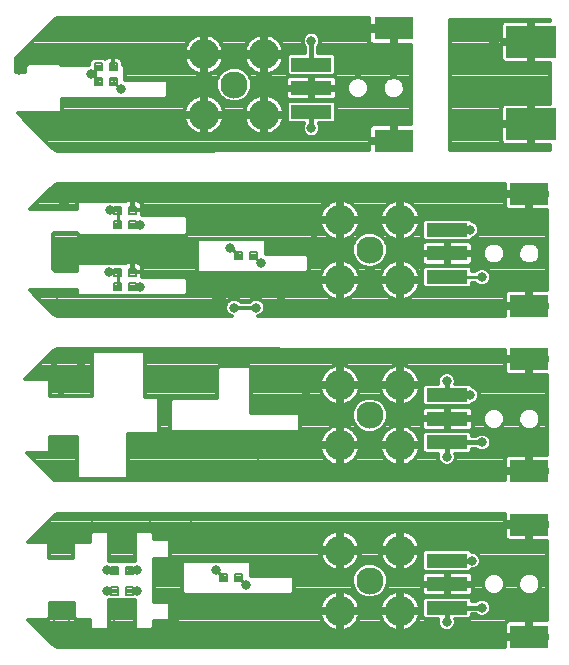
<source format=gbl>
G75*
%MOIN*%
%OFA0B0*%
%FSLAX25Y25*%
%IPPOS*%
%LPD*%
%AMOC8*
5,1,8,0,0,1.08239X$1,22.5*
%
%ADD10R,0.13780X0.04724*%
%ADD11R,0.12992X0.07480*%
%ADD12C,0.00787*%
%ADD13C,0.09055*%
%ADD14C,0.10039*%
%ADD15R,0.16500X0.10500*%
%ADD16C,0.03150*%
%ADD17C,0.01378*%
%ADD18C,0.01575*%
%ADD19C,0.01000*%
%ADD20C,0.01181*%
D10*
X0162130Y0018770D03*
X0162130Y0026644D03*
X0162130Y0034518D03*
X0162130Y0073888D03*
X0162130Y0081762D03*
X0162130Y0089636D03*
X0162130Y0129006D03*
X0162130Y0136880D03*
X0162130Y0144754D03*
X0116854Y0184124D03*
X0116854Y0191998D03*
X0116854Y0199872D03*
D11*
X0144217Y0211880D03*
X0144217Y0174478D03*
X0189492Y0156762D03*
X0189492Y0119360D03*
X0189492Y0101644D03*
X0189492Y0064242D03*
X0189492Y0046526D03*
X0189492Y0009124D03*
D12*
X0093725Y0029991D02*
X0091361Y0029991D01*
X0093725Y0029991D02*
X0093725Y0027627D01*
X0091361Y0027627D01*
X0091361Y0029991D01*
X0091361Y0028413D02*
X0093725Y0028413D01*
X0093725Y0029199D02*
X0091361Y0029199D01*
X0091361Y0029985D02*
X0093725Y0029985D01*
X0088804Y0027627D02*
X0086440Y0027627D01*
X0086440Y0029991D01*
X0088804Y0029991D01*
X0088804Y0027627D01*
X0088804Y0028413D02*
X0086440Y0028413D01*
X0086440Y0029199D02*
X0088804Y0029199D01*
X0088804Y0029985D02*
X0086440Y0029985D01*
X0057308Y0032452D02*
X0054944Y0032452D01*
X0057308Y0032452D02*
X0057308Y0030088D01*
X0054944Y0030088D01*
X0054944Y0032452D01*
X0054944Y0030874D02*
X0057308Y0030874D01*
X0057308Y0031660D02*
X0054944Y0031660D01*
X0054944Y0032446D02*
X0057308Y0032446D01*
X0052387Y0030088D02*
X0050023Y0030088D01*
X0050023Y0032452D01*
X0052387Y0032452D01*
X0052387Y0030088D01*
X0052387Y0030874D02*
X0050023Y0030874D01*
X0050023Y0031660D02*
X0052387Y0031660D01*
X0052387Y0032446D02*
X0050023Y0032446D01*
X0050023Y0023198D02*
X0052387Y0023198D01*
X0050023Y0023198D02*
X0050023Y0025562D01*
X0052387Y0025562D01*
X0052387Y0023198D01*
X0052387Y0023984D02*
X0050023Y0023984D01*
X0050023Y0024770D02*
X0052387Y0024770D01*
X0052387Y0025556D02*
X0050023Y0025556D01*
X0054944Y0025562D02*
X0057308Y0025562D01*
X0057308Y0023198D01*
X0054944Y0023198D01*
X0054944Y0025562D01*
X0054944Y0023984D02*
X0057308Y0023984D01*
X0057308Y0024770D02*
X0054944Y0024770D01*
X0054944Y0025556D02*
X0057308Y0025556D01*
X0058292Y0126940D02*
X0055928Y0126940D01*
X0058292Y0126940D02*
X0058292Y0124576D01*
X0055928Y0124576D01*
X0055928Y0126940D01*
X0055928Y0125362D02*
X0058292Y0125362D01*
X0058292Y0126148D02*
X0055928Y0126148D01*
X0055928Y0126934D02*
X0058292Y0126934D01*
X0058292Y0131861D02*
X0055928Y0131861D01*
X0058292Y0131861D02*
X0058292Y0129497D01*
X0055928Y0129497D01*
X0055928Y0131861D01*
X0055928Y0130283D02*
X0058292Y0130283D01*
X0058292Y0131069D02*
X0055928Y0131069D01*
X0055928Y0131855D02*
X0058292Y0131855D01*
X0053371Y0129497D02*
X0051007Y0129497D01*
X0051007Y0131861D01*
X0053371Y0131861D01*
X0053371Y0129497D01*
X0053371Y0130283D02*
X0051007Y0130283D01*
X0051007Y0131069D02*
X0053371Y0131069D01*
X0053371Y0131855D02*
X0051007Y0131855D01*
X0051007Y0124576D02*
X0053371Y0124576D01*
X0051007Y0124576D02*
X0051007Y0126940D01*
X0053371Y0126940D01*
X0053371Y0124576D01*
X0053371Y0125362D02*
X0051007Y0125362D01*
X0051007Y0126148D02*
X0053371Y0126148D01*
X0053371Y0126934D02*
X0051007Y0126934D01*
X0051007Y0145245D02*
X0053371Y0145245D01*
X0051007Y0145245D02*
X0051007Y0147609D01*
X0053371Y0147609D01*
X0053371Y0145245D01*
X0053371Y0146031D02*
X0051007Y0146031D01*
X0051007Y0146817D02*
X0053371Y0146817D01*
X0053371Y0147603D02*
X0051007Y0147603D01*
X0051007Y0150166D02*
X0053371Y0150166D01*
X0051007Y0150166D02*
X0051007Y0152530D01*
X0053371Y0152530D01*
X0053371Y0150166D01*
X0053371Y0150952D02*
X0051007Y0150952D01*
X0051007Y0151738D02*
X0053371Y0151738D01*
X0053371Y0152524D02*
X0051007Y0152524D01*
X0055928Y0152530D02*
X0058292Y0152530D01*
X0058292Y0150166D01*
X0055928Y0150166D01*
X0055928Y0152530D01*
X0055928Y0150952D02*
X0058292Y0150952D01*
X0058292Y0151738D02*
X0055928Y0151738D01*
X0055928Y0152524D02*
X0058292Y0152524D01*
X0058292Y0147609D02*
X0055928Y0147609D01*
X0058292Y0147609D02*
X0058292Y0145245D01*
X0055928Y0145245D01*
X0055928Y0147609D01*
X0055928Y0146031D02*
X0058292Y0146031D01*
X0058292Y0146817D02*
X0055928Y0146817D01*
X0055928Y0147603D02*
X0058292Y0147603D01*
X0091361Y0134911D02*
X0093725Y0134911D01*
X0091361Y0134911D02*
X0091361Y0137275D01*
X0093725Y0137275D01*
X0093725Y0134911D01*
X0093725Y0135697D02*
X0091361Y0135697D01*
X0091361Y0136483D02*
X0093725Y0136483D01*
X0093725Y0137269D02*
X0091361Y0137269D01*
X0096283Y0137275D02*
X0098647Y0137275D01*
X0098647Y0134911D01*
X0096283Y0134911D01*
X0096283Y0137275D01*
X0096283Y0135697D02*
X0098647Y0135697D01*
X0098647Y0136483D02*
X0096283Y0136483D01*
X0096283Y0137269D02*
X0098647Y0137269D01*
X0051895Y0195345D02*
X0049531Y0195345D01*
X0051895Y0195345D02*
X0051895Y0192981D01*
X0049531Y0192981D01*
X0049531Y0195345D01*
X0049531Y0193767D02*
X0051895Y0193767D01*
X0051895Y0194553D02*
X0049531Y0194553D01*
X0049531Y0195339D02*
X0051895Y0195339D01*
X0051895Y0200267D02*
X0049531Y0200267D01*
X0051895Y0200267D02*
X0051895Y0197903D01*
X0049531Y0197903D01*
X0049531Y0200267D01*
X0049531Y0198689D02*
X0051895Y0198689D01*
X0051895Y0199475D02*
X0049531Y0199475D01*
X0049531Y0200261D02*
X0051895Y0200261D01*
X0046973Y0197903D02*
X0044609Y0197903D01*
X0044609Y0200267D01*
X0046973Y0200267D01*
X0046973Y0197903D01*
X0046973Y0198689D02*
X0044609Y0198689D01*
X0044609Y0199475D02*
X0046973Y0199475D01*
X0046973Y0200261D02*
X0044609Y0200261D01*
X0044609Y0192981D02*
X0046973Y0192981D01*
X0044609Y0192981D02*
X0044609Y0195345D01*
X0046973Y0195345D01*
X0046973Y0192981D01*
X0046973Y0193767D02*
X0044609Y0193767D01*
X0044609Y0194553D02*
X0046973Y0194553D01*
X0046973Y0195339D02*
X0044609Y0195339D01*
D13*
X0091067Y0193179D03*
X0136343Y0138061D03*
X0136343Y0082943D03*
X0136343Y0027825D03*
D14*
X0146381Y0017786D03*
X0126304Y0017786D03*
X0126304Y0037864D03*
X0146381Y0037864D03*
X0146381Y0072904D03*
X0126304Y0072904D03*
X0126304Y0092982D03*
X0146381Y0092982D03*
X0146381Y0128022D03*
X0126304Y0128022D03*
X0126304Y0148100D03*
X0146381Y0148100D03*
X0101106Y0183140D03*
X0081028Y0183140D03*
X0081028Y0203218D03*
X0101106Y0203218D03*
D15*
X0190022Y0207430D03*
X0190022Y0179913D03*
D16*
X0177681Y0179892D03*
X0169807Y0181368D03*
X0169807Y0204006D03*
X0177681Y0207451D03*
X0147169Y0209911D03*
X0147169Y0213848D03*
X0141264Y0213848D03*
X0141264Y0209911D03*
X0116854Y0207746D03*
X0116854Y0178612D03*
X0141264Y0176447D03*
X0141264Y0172510D03*
X0147169Y0172510D03*
X0147169Y0176447D03*
X0121579Y0153809D03*
X0117642Y0141506D03*
X0110260Y0123789D03*
X0106815Y0122805D03*
X0098449Y0118868D03*
X0091067Y0118868D03*
X0087130Y0122805D03*
X0084669Y0120837D03*
X0089591Y0138553D03*
X0099925Y0133632D03*
X0093035Y0155778D03*
X0075811Y0140522D03*
X0072366Y0138061D03*
X0059571Y0146427D03*
X0049728Y0151348D03*
X0034472Y0153317D03*
X0032012Y0140030D03*
X0034472Y0132648D03*
X0032012Y0120344D03*
X0031520Y0103612D03*
X0031028Y0098691D03*
X0033488Y0091309D03*
X0039886Y0100659D03*
X0062524Y0096230D03*
X0065476Y0093278D03*
X0068429Y0096230D03*
X0066953Y0075561D03*
X0066953Y0070640D03*
X0070398Y0070640D03*
X0072858Y0073593D03*
X0081717Y0065226D03*
X0086638Y0065226D03*
X0098941Y0069656D03*
X0107307Y0070640D03*
X0115181Y0089341D03*
X0115181Y0094262D03*
X0118626Y0097707D03*
X0161933Y0094262D03*
X0169807Y0089636D03*
X0173744Y0073888D03*
X0161933Y0069163D03*
X0186539Y0066211D03*
X0186539Y0062274D03*
X0192445Y0062274D03*
X0192445Y0066211D03*
X0192445Y0048494D03*
X0192445Y0044557D03*
X0186539Y0044557D03*
X0186539Y0048494D03*
X0170299Y0034518D03*
X0173744Y0018770D03*
X0161933Y0014045D03*
X0186539Y0011093D03*
X0186539Y0007156D03*
X0192445Y0007156D03*
X0192445Y0011093D03*
X0112720Y0033730D03*
X0112720Y0038652D03*
X0095043Y0026309D03*
X0105339Y0016506D03*
X0089098Y0011093D03*
X0083685Y0011093D03*
X0077287Y0009616D03*
X0071382Y0015030D03*
X0063508Y0009616D03*
X0051165Y0013061D03*
X0043823Y0008632D03*
X0035949Y0016014D03*
X0031028Y0016014D03*
X0048744Y0024380D03*
X0048744Y0031270D03*
X0058587Y0031270D03*
X0058587Y0024380D03*
X0063016Y0046033D03*
X0076795Y0046033D03*
X0085122Y0031309D03*
X0043823Y0046033D03*
X0035949Y0039636D03*
X0031028Y0039636D03*
X0034965Y0065226D03*
X0033488Y0074085D03*
X0059571Y0125758D03*
X0049236Y0130679D03*
X0074827Y0156270D03*
X0064000Y0181860D03*
X0053213Y0191663D03*
X0043331Y0196663D03*
X0027583Y0181860D03*
X0038409Y0175955D03*
X0043331Y0175955D03*
X0019217Y0198100D03*
X0071382Y0199085D03*
X0071382Y0204006D03*
X0169807Y0144754D03*
X0173744Y0129006D03*
X0186539Y0121329D03*
X0186539Y0117392D03*
X0192445Y0117392D03*
X0192445Y0121329D03*
X0192445Y0103612D03*
X0192445Y0099675D03*
X0186539Y0099675D03*
X0186539Y0103612D03*
X0186539Y0154793D03*
X0186539Y0158730D03*
X0192445Y0158730D03*
X0192445Y0154793D03*
D17*
X0029059Y0014825D02*
X0022493Y0014825D01*
X0030486Y0006832D01*
X0030600Y0006719D01*
X0030918Y0006400D01*
X0031291Y0006094D01*
X0032178Y0005726D01*
X0032658Y0005679D01*
X0181307Y0005679D01*
X0181307Y0008435D01*
X0188803Y0008435D01*
X0188803Y0009813D01*
X0181307Y0009813D01*
X0181307Y0013087D01*
X0181422Y0013516D01*
X0181645Y0013901D01*
X0181959Y0014216D01*
X0182344Y0014438D01*
X0182774Y0014553D01*
X0188803Y0014553D01*
X0188803Y0009813D01*
X0190181Y0009813D01*
X0190181Y0014553D01*
X0195398Y0014553D01*
X0195398Y0041096D01*
X0190181Y0041096D01*
X0190181Y0045837D01*
X0190181Y0047215D01*
X0195398Y0047215D01*
X0195398Y0045837D01*
X0190181Y0045837D01*
X0188803Y0045837D01*
X0181307Y0045837D01*
X0181307Y0042563D01*
X0181422Y0042134D01*
X0181645Y0041748D01*
X0181959Y0041434D01*
X0182344Y0041212D01*
X0182774Y0041096D01*
X0188803Y0041096D01*
X0188803Y0045837D01*
X0188803Y0047215D01*
X0181307Y0047215D01*
X0181307Y0049970D01*
X0032658Y0049970D01*
X0032178Y0049923D01*
X0031291Y0049556D01*
X0030918Y0049250D01*
X0030486Y0048817D01*
X0030486Y0048817D01*
X0022493Y0040825D01*
X0028567Y0040825D01*
X0029264Y0040128D01*
X0029264Y0035411D01*
X0037220Y0035411D01*
X0037220Y0040128D01*
X0037917Y0040825D01*
X0043126Y0040825D01*
X0043126Y0043573D01*
X0043822Y0044270D01*
X0048744Y0044270D01*
X0049441Y0043573D01*
X0049441Y0034427D01*
X0057890Y0034427D01*
X0057890Y0043573D01*
X0058586Y0044270D01*
X0063508Y0044270D01*
X0064205Y0043573D01*
X0064205Y0041809D01*
X0068922Y0041809D01*
X0069618Y0041113D01*
X0069618Y0035698D01*
X0068922Y0035002D01*
X0064205Y0035002D01*
X0064205Y0020648D01*
X0068922Y0020648D01*
X0069618Y0019951D01*
X0069618Y0015029D01*
X0068922Y0014333D01*
X0064205Y0014333D01*
X0064205Y0012076D01*
X0063508Y0011380D01*
X0058586Y0011380D01*
X0057890Y0012076D01*
X0057890Y0021222D01*
X0049441Y0021222D01*
X0049441Y0012076D01*
X0048744Y0011380D01*
X0043822Y0011380D01*
X0043126Y0012076D01*
X0043126Y0014825D01*
X0038409Y0014825D01*
X0037713Y0015521D01*
X0037713Y0020238D01*
X0029756Y0020238D01*
X0029756Y0015521D01*
X0029059Y0014825D01*
X0029449Y0015214D02*
X0038019Y0015214D01*
X0037713Y0016591D02*
X0029756Y0016591D01*
X0029756Y0017967D02*
X0037713Y0017967D01*
X0037713Y0019344D02*
X0029756Y0019344D01*
X0023480Y0013838D02*
X0043126Y0013838D01*
X0043126Y0012462D02*
X0024857Y0012462D01*
X0026233Y0011085D02*
X0161335Y0011085D01*
X0161344Y0011081D02*
X0162523Y0011081D01*
X0163612Y0011533D01*
X0164446Y0012366D01*
X0164897Y0013456D01*
X0164897Y0014635D01*
X0164738Y0015019D01*
X0169595Y0015019D01*
X0170409Y0015832D01*
X0170409Y0016593D01*
X0171729Y0016593D01*
X0172065Y0016257D01*
X0173155Y0015806D01*
X0174334Y0015806D01*
X0175423Y0016257D01*
X0176257Y0017091D01*
X0176708Y0018180D01*
X0176708Y0019359D01*
X0176257Y0020449D01*
X0175423Y0021282D01*
X0174334Y0021733D01*
X0173155Y0021733D01*
X0172065Y0021282D01*
X0171729Y0020946D01*
X0170409Y0020946D01*
X0170409Y0021707D01*
X0169595Y0022521D01*
X0154665Y0022521D01*
X0153851Y0021707D01*
X0153851Y0015832D01*
X0154665Y0015019D01*
X0159128Y0015019D01*
X0158969Y0014635D01*
X0158969Y0013456D01*
X0159420Y0012366D01*
X0160254Y0011533D01*
X0161344Y0011081D01*
X0162531Y0011085D02*
X0181307Y0011085D01*
X0181307Y0012462D02*
X0164485Y0012462D01*
X0164897Y0013838D02*
X0181608Y0013838D01*
X0181307Y0008332D02*
X0028986Y0008332D01*
X0030363Y0006956D02*
X0181307Y0006956D01*
X0188803Y0009709D02*
X0027610Y0009709D01*
X0049441Y0012462D02*
X0057890Y0012462D01*
X0057890Y0013838D02*
X0049441Y0013838D01*
X0049441Y0015214D02*
X0057890Y0015214D01*
X0057890Y0016591D02*
X0049441Y0016591D01*
X0049441Y0017967D02*
X0057890Y0017967D01*
X0057890Y0019344D02*
X0049441Y0019344D01*
X0049441Y0020720D02*
X0057890Y0020720D01*
X0064205Y0020720D02*
X0120258Y0020720D01*
X0120274Y0020759D02*
X0119937Y0019947D01*
X0119710Y0019097D01*
X0119628Y0018475D01*
X0125615Y0018475D01*
X0125615Y0024462D01*
X0124992Y0024380D01*
X0124142Y0024152D01*
X0123330Y0023816D01*
X0122568Y0023376D01*
X0121871Y0022840D01*
X0121249Y0022219D01*
X0120714Y0021521D01*
X0120274Y0020759D01*
X0119776Y0019344D02*
X0069618Y0019344D01*
X0069618Y0017967D02*
X0125615Y0017967D01*
X0125615Y0018475D02*
X0125615Y0017097D01*
X0126992Y0017097D01*
X0126992Y0011110D01*
X0127615Y0011192D01*
X0128465Y0011420D01*
X0129277Y0011756D01*
X0130039Y0012196D01*
X0130736Y0012731D01*
X0131358Y0013353D01*
X0131894Y0014051D01*
X0132333Y0014812D01*
X0132670Y0015625D01*
X0132897Y0016474D01*
X0132979Y0017097D01*
X0126993Y0017097D01*
X0126993Y0018475D01*
X0132979Y0018475D01*
X0132897Y0019097D01*
X0132670Y0019947D01*
X0132333Y0020759D01*
X0131894Y0021521D01*
X0131358Y0022219D01*
X0130736Y0022840D01*
X0130039Y0023376D01*
X0129277Y0023816D01*
X0128465Y0024152D01*
X0127615Y0024380D01*
X0126992Y0024462D01*
X0126992Y0018475D01*
X0125615Y0018475D01*
X0125615Y0019344D02*
X0126992Y0019344D01*
X0126992Y0020720D02*
X0125615Y0020720D01*
X0125615Y0022097D02*
X0126992Y0022097D01*
X0126992Y0023473D02*
X0125615Y0023473D01*
X0129870Y0023473D02*
X0132327Y0023473D01*
X0132991Y0022809D02*
X0131327Y0024473D01*
X0130426Y0026648D01*
X0130426Y0029002D01*
X0131327Y0031176D01*
X0132991Y0032841D01*
X0135166Y0033741D01*
X0137519Y0033741D01*
X0139694Y0032841D01*
X0141358Y0031176D01*
X0142259Y0029002D01*
X0142259Y0026648D01*
X0141358Y0024473D01*
X0139694Y0022809D01*
X0137519Y0021908D01*
X0135166Y0021908D01*
X0132991Y0022809D01*
X0131452Y0022097D02*
X0134711Y0022097D01*
X0132349Y0020720D02*
X0140336Y0020720D01*
X0140352Y0020759D02*
X0140015Y0019947D01*
X0139788Y0019097D01*
X0139706Y0018475D01*
X0145692Y0018475D01*
X0145692Y0017097D01*
X0139706Y0017097D01*
X0139788Y0016474D01*
X0140015Y0015625D01*
X0140352Y0014812D01*
X0140791Y0014051D01*
X0141327Y0013353D01*
X0141949Y0012731D01*
X0142646Y0012196D01*
X0143408Y0011756D01*
X0144220Y0011420D01*
X0145070Y0011192D01*
X0145693Y0011110D01*
X0145693Y0017097D01*
X0147070Y0017097D01*
X0147070Y0011110D01*
X0147693Y0011192D01*
X0148543Y0011420D01*
X0149355Y0011756D01*
X0150117Y0012196D01*
X0150814Y0012731D01*
X0151436Y0013353D01*
X0151972Y0014051D01*
X0152411Y0014812D01*
X0152748Y0015625D01*
X0152975Y0016474D01*
X0153057Y0017097D01*
X0147071Y0017097D01*
X0147071Y0018475D01*
X0153057Y0018475D01*
X0152975Y0019097D01*
X0152748Y0019947D01*
X0152411Y0020759D01*
X0151972Y0021521D01*
X0151436Y0022219D01*
X0150814Y0022840D01*
X0150117Y0023376D01*
X0149355Y0023816D01*
X0148543Y0024152D01*
X0147693Y0024380D01*
X0147070Y0024462D01*
X0147070Y0018475D01*
X0145693Y0018475D01*
X0145693Y0024462D01*
X0145070Y0024380D01*
X0144220Y0024152D01*
X0143408Y0023816D01*
X0142646Y0023376D01*
X0141949Y0022840D01*
X0141327Y0022219D01*
X0140791Y0021521D01*
X0140352Y0020759D01*
X0139854Y0019344D02*
X0132831Y0019344D01*
X0132913Y0016591D02*
X0139772Y0016591D01*
X0140185Y0015214D02*
X0132500Y0015214D01*
X0131730Y0013838D02*
X0140955Y0013838D01*
X0142300Y0012462D02*
X0130385Y0012462D01*
X0126992Y0012462D02*
X0125615Y0012462D01*
X0125615Y0011110D02*
X0124992Y0011192D01*
X0124142Y0011420D01*
X0123330Y0011756D01*
X0122568Y0012196D01*
X0121871Y0012731D01*
X0121249Y0013353D01*
X0120714Y0014051D01*
X0120274Y0014812D01*
X0119937Y0015625D01*
X0119710Y0016474D01*
X0119628Y0017097D01*
X0125615Y0017097D01*
X0125615Y0011110D01*
X0125615Y0013838D02*
X0126992Y0013838D01*
X0126992Y0015214D02*
X0125615Y0015214D01*
X0125615Y0016591D02*
X0126992Y0016591D01*
X0126993Y0017967D02*
X0145692Y0017967D01*
X0145693Y0016591D02*
X0147070Y0016591D01*
X0147071Y0017967D02*
X0153851Y0017967D01*
X0153851Y0016591D02*
X0152991Y0016591D01*
X0152578Y0015214D02*
X0154469Y0015214D01*
X0151808Y0013838D02*
X0158969Y0013838D01*
X0159381Y0012462D02*
X0150463Y0012462D01*
X0147070Y0012462D02*
X0145693Y0012462D01*
X0145693Y0013838D02*
X0147070Y0013838D01*
X0147070Y0015214D02*
X0145693Y0015214D01*
X0145693Y0019344D02*
X0147070Y0019344D01*
X0147070Y0020720D02*
X0145693Y0020720D01*
X0145693Y0022097D02*
X0147070Y0022097D01*
X0147070Y0023473D02*
X0145693Y0023473D01*
X0142815Y0023473D02*
X0140358Y0023473D01*
X0141233Y0022097D02*
X0137975Y0022097D01*
X0141514Y0024850D02*
X0153551Y0024850D01*
X0153551Y0024059D02*
X0153666Y0023630D01*
X0153889Y0023244D01*
X0154203Y0022930D01*
X0154588Y0022708D01*
X0155018Y0022593D01*
X0161638Y0022593D01*
X0161638Y0026151D01*
X0162622Y0026151D01*
X0162622Y0022593D01*
X0169242Y0022593D01*
X0169672Y0022708D01*
X0170057Y0022930D01*
X0170371Y0023244D01*
X0170594Y0023630D01*
X0170709Y0024059D01*
X0170709Y0026152D01*
X0162622Y0026152D01*
X0162622Y0027136D01*
X0161638Y0027136D01*
X0161638Y0030695D01*
X0155018Y0030695D01*
X0154588Y0030580D01*
X0154203Y0030357D01*
X0153889Y0030043D01*
X0153666Y0029658D01*
X0153551Y0029228D01*
X0153551Y0027136D01*
X0161638Y0027136D01*
X0161638Y0026152D01*
X0153551Y0026152D01*
X0153551Y0024059D01*
X0153757Y0023473D02*
X0149948Y0023473D01*
X0151530Y0022097D02*
X0154241Y0022097D01*
X0153851Y0020720D02*
X0152427Y0020720D01*
X0152909Y0019344D02*
X0153851Y0019344D01*
X0153551Y0027603D02*
X0142259Y0027603D01*
X0142259Y0028979D02*
X0153551Y0028979D01*
X0154201Y0030356D02*
X0141698Y0030356D01*
X0140803Y0031732D02*
X0143654Y0031732D01*
X0143408Y0031834D02*
X0144220Y0031498D01*
X0145070Y0031270D01*
X0145693Y0031188D01*
X0145693Y0037175D01*
X0147070Y0037175D01*
X0147070Y0031188D01*
X0147693Y0031270D01*
X0148543Y0031498D01*
X0149355Y0031834D01*
X0150117Y0032274D01*
X0150814Y0032809D01*
X0151436Y0033431D01*
X0151972Y0034129D01*
X0152411Y0034890D01*
X0152748Y0035703D01*
X0152975Y0036552D01*
X0153057Y0037175D01*
X0147071Y0037175D01*
X0147071Y0038553D01*
X0153057Y0038553D01*
X0152975Y0039175D01*
X0152748Y0040025D01*
X0152411Y0040837D01*
X0151972Y0041599D01*
X0151436Y0042297D01*
X0150814Y0042918D01*
X0150117Y0043454D01*
X0149355Y0043893D01*
X0148543Y0044230D01*
X0147693Y0044458D01*
X0147070Y0044540D01*
X0147070Y0038553D01*
X0145693Y0038553D01*
X0145693Y0044540D01*
X0145070Y0044458D01*
X0144220Y0044230D01*
X0143408Y0043893D01*
X0142646Y0043454D01*
X0141949Y0042918D01*
X0141327Y0042297D01*
X0140791Y0041599D01*
X0140352Y0040837D01*
X0140015Y0040025D01*
X0139788Y0039175D01*
X0139706Y0038553D01*
X0145692Y0038553D01*
X0145692Y0037175D01*
X0139706Y0037175D01*
X0139788Y0036552D01*
X0140015Y0035703D01*
X0140352Y0034890D01*
X0140791Y0034129D01*
X0141327Y0033431D01*
X0141949Y0032809D01*
X0142646Y0032274D01*
X0143408Y0031834D01*
X0141649Y0033109D02*
X0139047Y0033109D01*
X0140586Y0034485D02*
X0132099Y0034485D01*
X0131894Y0034129D02*
X0132333Y0034890D01*
X0132670Y0035703D01*
X0132897Y0036552D01*
X0132979Y0037175D01*
X0126993Y0037175D01*
X0126993Y0038553D01*
X0132979Y0038553D01*
X0132897Y0039175D01*
X0132670Y0040025D01*
X0132333Y0040837D01*
X0131894Y0041599D01*
X0131358Y0042297D01*
X0130736Y0042918D01*
X0130039Y0043454D01*
X0129277Y0043893D01*
X0128465Y0044230D01*
X0127615Y0044458D01*
X0126992Y0044540D01*
X0126992Y0038553D01*
X0125615Y0038553D01*
X0125615Y0044540D01*
X0124992Y0044458D01*
X0124142Y0044230D01*
X0123330Y0043893D01*
X0122568Y0043454D01*
X0121871Y0042918D01*
X0121249Y0042297D01*
X0120714Y0041599D01*
X0120274Y0040837D01*
X0119937Y0040025D01*
X0119710Y0039175D01*
X0119628Y0038553D01*
X0125615Y0038553D01*
X0125615Y0037175D01*
X0126992Y0037175D01*
X0126992Y0031188D01*
X0127615Y0031270D01*
X0128465Y0031498D01*
X0129277Y0031834D01*
X0130039Y0032274D01*
X0130736Y0032809D01*
X0131358Y0033431D01*
X0131894Y0034129D01*
X0131036Y0033109D02*
X0133638Y0033109D01*
X0131883Y0031732D02*
X0129031Y0031732D01*
X0126992Y0031732D02*
X0125615Y0031732D01*
X0125615Y0031188D02*
X0125615Y0037175D01*
X0119628Y0037175D01*
X0119710Y0036552D01*
X0119937Y0035703D01*
X0120274Y0034890D01*
X0120714Y0034129D01*
X0121249Y0033431D01*
X0121871Y0032809D01*
X0122568Y0032274D01*
X0123330Y0031834D01*
X0124142Y0031498D01*
X0124992Y0031270D01*
X0125615Y0031188D01*
X0125615Y0033109D02*
X0126992Y0033109D01*
X0126992Y0034485D02*
X0125615Y0034485D01*
X0125615Y0035861D02*
X0126992Y0035861D01*
X0126993Y0037238D02*
X0145692Y0037238D01*
X0145693Y0038614D02*
X0147070Y0038614D01*
X0147071Y0037238D02*
X0153851Y0037238D01*
X0153851Y0037455D02*
X0153851Y0031580D01*
X0154665Y0030767D01*
X0169595Y0030767D01*
X0170382Y0031554D01*
X0170889Y0031554D01*
X0171978Y0032005D01*
X0172812Y0032839D01*
X0173263Y0033928D01*
X0173263Y0035107D01*
X0172812Y0036197D01*
X0171978Y0037030D01*
X0170889Y0037481D01*
X0170382Y0037481D01*
X0169595Y0038269D01*
X0154665Y0038269D01*
X0153851Y0037455D01*
X0153049Y0038614D02*
X0195398Y0038614D01*
X0195398Y0037238D02*
X0171477Y0037238D01*
X0172951Y0035861D02*
X0195398Y0035861D01*
X0195398Y0034485D02*
X0173263Y0034485D01*
X0172923Y0033109D02*
X0195398Y0033109D01*
X0195398Y0031732D02*
X0171319Y0031732D01*
X0170057Y0030357D02*
X0170371Y0030043D01*
X0170594Y0029658D01*
X0170709Y0029228D01*
X0170709Y0027136D01*
X0162622Y0027136D01*
X0162622Y0030695D01*
X0169242Y0030695D01*
X0169672Y0030580D01*
X0170057Y0030357D01*
X0170059Y0030356D02*
X0195398Y0030356D01*
X0195398Y0028979D02*
X0192307Y0028979D01*
X0192579Y0028707D02*
X0191555Y0029731D01*
X0190217Y0030285D01*
X0188768Y0030285D01*
X0187429Y0029731D01*
X0186405Y0028707D01*
X0185850Y0027368D01*
X0185850Y0025919D01*
X0186405Y0024581D01*
X0187429Y0023556D01*
X0188768Y0023002D01*
X0190217Y0023002D01*
X0191555Y0023556D01*
X0192579Y0024581D01*
X0193134Y0025919D01*
X0193134Y0027368D01*
X0192579Y0028707D01*
X0193037Y0027603D02*
X0195398Y0027603D01*
X0195398Y0026226D02*
X0193134Y0026226D01*
X0192691Y0024850D02*
X0195398Y0024850D01*
X0195398Y0023473D02*
X0191354Y0023473D01*
X0187630Y0023473D02*
X0179543Y0023473D01*
X0179744Y0023556D02*
X0180768Y0024581D01*
X0181323Y0025919D01*
X0181323Y0027368D01*
X0180768Y0028707D01*
X0179744Y0029731D01*
X0178405Y0030285D01*
X0176957Y0030285D01*
X0175618Y0029731D01*
X0174594Y0028707D01*
X0174039Y0027368D01*
X0174039Y0025919D01*
X0174594Y0024581D01*
X0175618Y0023556D01*
X0176957Y0023002D01*
X0178405Y0023002D01*
X0179744Y0023556D01*
X0180880Y0024850D02*
X0186293Y0024850D01*
X0185850Y0026226D02*
X0181323Y0026226D01*
X0181226Y0027603D02*
X0185948Y0027603D01*
X0186677Y0028979D02*
X0180496Y0028979D01*
X0175819Y0023473D02*
X0170503Y0023473D01*
X0170709Y0024850D02*
X0174482Y0024850D01*
X0174039Y0026226D02*
X0162622Y0026226D01*
X0161638Y0026226D02*
X0142084Y0026226D01*
X0145693Y0031732D02*
X0147070Y0031732D01*
X0147070Y0033109D02*
X0145693Y0033109D01*
X0145693Y0034485D02*
X0147070Y0034485D01*
X0147070Y0035861D02*
X0145693Y0035861D01*
X0145693Y0039991D02*
X0147070Y0039991D01*
X0147070Y0041367D02*
X0145693Y0041367D01*
X0145693Y0042744D02*
X0147070Y0042744D01*
X0147070Y0044120D02*
X0145693Y0044120D01*
X0143955Y0044120D02*
X0128730Y0044120D01*
X0126992Y0044120D02*
X0125615Y0044120D01*
X0125615Y0042744D02*
X0126992Y0042744D01*
X0126992Y0041367D02*
X0125615Y0041367D01*
X0125615Y0039991D02*
X0126992Y0039991D01*
X0126992Y0038614D02*
X0125615Y0038614D01*
X0125615Y0037238D02*
X0069618Y0037238D01*
X0069618Y0038614D02*
X0119636Y0038614D01*
X0119928Y0039991D02*
X0069618Y0039991D01*
X0069363Y0041367D02*
X0120580Y0041367D01*
X0121696Y0042744D02*
X0064205Y0042744D01*
X0063658Y0044120D02*
X0123877Y0044120D01*
X0130911Y0042744D02*
X0141774Y0042744D01*
X0140658Y0041367D02*
X0132027Y0041367D01*
X0132679Y0039991D02*
X0140006Y0039991D01*
X0139714Y0038614D02*
X0132971Y0038614D01*
X0132712Y0035861D02*
X0139973Y0035861D01*
X0149109Y0031732D02*
X0153851Y0031732D01*
X0153851Y0033109D02*
X0151114Y0033109D01*
X0152177Y0034485D02*
X0153851Y0034485D01*
X0153851Y0035861D02*
X0152790Y0035861D01*
X0152757Y0039991D02*
X0195398Y0039991D01*
X0190181Y0041367D02*
X0188803Y0041367D01*
X0188803Y0042744D02*
X0190181Y0042744D01*
X0190181Y0044120D02*
X0188803Y0044120D01*
X0188803Y0045497D02*
X0190181Y0045497D01*
X0190181Y0046873D02*
X0195398Y0046873D01*
X0188803Y0046873D02*
X0028542Y0046873D01*
X0029918Y0048250D02*
X0181307Y0048250D01*
X0181307Y0049626D02*
X0031461Y0049626D01*
X0027165Y0045497D02*
X0181307Y0045497D01*
X0181307Y0044120D02*
X0148808Y0044120D01*
X0150989Y0042744D02*
X0181307Y0042744D01*
X0182074Y0041367D02*
X0152105Y0041367D01*
X0161638Y0030356D02*
X0162622Y0030356D01*
X0162622Y0028979D02*
X0161638Y0028979D01*
X0161638Y0027603D02*
X0162622Y0027603D01*
X0162622Y0024850D02*
X0161638Y0024850D01*
X0161638Y0023473D02*
X0162622Y0023473D01*
X0170019Y0022097D02*
X0195398Y0022097D01*
X0195398Y0020720D02*
X0175985Y0020720D01*
X0176708Y0019344D02*
X0195398Y0019344D01*
X0195398Y0017967D02*
X0176620Y0017967D01*
X0175757Y0016591D02*
X0195398Y0016591D01*
X0195398Y0015214D02*
X0169791Y0015214D01*
X0170409Y0016591D02*
X0171731Y0016591D01*
X0170709Y0027603D02*
X0174137Y0027603D01*
X0174866Y0028979D02*
X0170709Y0028979D01*
X0188803Y0013838D02*
X0190181Y0013838D01*
X0190181Y0012462D02*
X0188803Y0012462D01*
X0188803Y0011085D02*
X0190181Y0011085D01*
X0190181Y0009813D02*
X0195398Y0009813D01*
X0195398Y0008435D01*
X0190181Y0008435D01*
X0190181Y0009813D01*
X0190181Y0009709D02*
X0195398Y0009709D01*
X0181307Y0061289D02*
X0031197Y0061289D01*
X0030918Y0061518D01*
X0030624Y0061813D01*
X0030486Y0061950D01*
X0022001Y0070435D01*
X0029059Y0070435D01*
X0029756Y0071132D01*
X0029756Y0075848D01*
X0038697Y0075848D01*
X0038697Y0062273D01*
X0039393Y0061577D01*
X0055142Y0061577D01*
X0055839Y0062273D01*
X0055839Y0076833D01*
X0065477Y0076833D01*
X0066173Y0077529D01*
X0066173Y0088357D01*
X0065477Y0089053D01*
X0061252Y0089053D01*
X0061252Y0103613D01*
X0060555Y0104309D01*
X0044315Y0104309D01*
X0043618Y0103613D01*
X0043618Y0089545D01*
X0029756Y0089545D01*
X0029756Y0094262D01*
X0029059Y0094959D01*
X0021509Y0094959D01*
X0030486Y0103935D01*
X0030918Y0104368D01*
X0031291Y0104674D01*
X0032178Y0105041D01*
X0032567Y0105080D01*
X0181307Y0104638D01*
X0181307Y0102333D01*
X0188803Y0102333D01*
X0188803Y0100955D01*
X0181307Y0100955D01*
X0181307Y0097681D01*
X0181422Y0097252D01*
X0181645Y0096866D01*
X0181959Y0096552D01*
X0182344Y0096330D01*
X0182774Y0096215D01*
X0188803Y0096215D01*
X0188803Y0100955D01*
X0190181Y0100955D01*
X0190181Y0102333D01*
X0195398Y0102333D01*
X0195398Y0100955D01*
X0190181Y0100955D01*
X0190181Y0096215D01*
X0195398Y0096215D01*
X0195398Y0069671D01*
X0190181Y0069671D01*
X0190181Y0064931D01*
X0188803Y0064931D01*
X0188803Y0063553D01*
X0181307Y0063553D01*
X0181307Y0061289D01*
X0181307Y0062014D02*
X0055580Y0062014D01*
X0055839Y0063391D02*
X0181307Y0063391D01*
X0181307Y0064931D02*
X0188803Y0064931D01*
X0188803Y0069671D01*
X0182774Y0069671D01*
X0182344Y0069556D01*
X0181959Y0069334D01*
X0181645Y0069019D01*
X0181422Y0068634D01*
X0181307Y0068205D01*
X0181307Y0064931D01*
X0181307Y0066144D02*
X0055839Y0066144D01*
X0055839Y0067520D02*
X0122300Y0067520D01*
X0122568Y0067314D02*
X0123330Y0066874D01*
X0124142Y0066538D01*
X0124992Y0066310D01*
X0125615Y0066228D01*
X0125615Y0072215D01*
X0126992Y0072215D01*
X0126992Y0066228D01*
X0127615Y0066310D01*
X0128465Y0066538D01*
X0129277Y0066874D01*
X0130039Y0067314D01*
X0130736Y0067849D01*
X0131358Y0068471D01*
X0131894Y0069169D01*
X0132333Y0069930D01*
X0132670Y0070743D01*
X0132897Y0071592D01*
X0132979Y0072215D01*
X0126993Y0072215D01*
X0126993Y0073593D01*
X0132979Y0073593D01*
X0132897Y0074216D01*
X0132670Y0075065D01*
X0132333Y0075877D01*
X0131894Y0076639D01*
X0131358Y0077337D01*
X0130736Y0077959D01*
X0130039Y0078494D01*
X0129277Y0078934D01*
X0128465Y0079270D01*
X0127615Y0079498D01*
X0126992Y0079580D01*
X0126992Y0073593D01*
X0125615Y0073593D01*
X0125615Y0079580D01*
X0124992Y0079498D01*
X0124142Y0079270D01*
X0123330Y0078934D01*
X0122568Y0078494D01*
X0121871Y0077959D01*
X0121249Y0077337D01*
X0120714Y0076639D01*
X0120274Y0075877D01*
X0119937Y0075065D01*
X0119710Y0074216D01*
X0119628Y0073593D01*
X0125615Y0073593D01*
X0125615Y0072215D01*
X0119628Y0072215D01*
X0119710Y0071592D01*
X0119937Y0070743D01*
X0120274Y0069930D01*
X0120714Y0069169D01*
X0121249Y0068471D01*
X0121871Y0067849D01*
X0122568Y0067314D01*
X0120922Y0068897D02*
X0055839Y0068897D01*
X0055839Y0070273D02*
X0120132Y0070273D01*
X0119702Y0071649D02*
X0055839Y0071649D01*
X0055839Y0073026D02*
X0125615Y0073026D01*
X0125615Y0074402D02*
X0126992Y0074402D01*
X0126993Y0073026D02*
X0145692Y0073026D01*
X0145692Y0073593D02*
X0145692Y0072215D01*
X0139706Y0072215D01*
X0139788Y0071592D01*
X0140015Y0070743D01*
X0140352Y0069930D01*
X0140791Y0069169D01*
X0141327Y0068471D01*
X0141949Y0067849D01*
X0142646Y0067314D01*
X0143408Y0066874D01*
X0144220Y0066538D01*
X0145070Y0066310D01*
X0145693Y0066228D01*
X0145693Y0072215D01*
X0147070Y0072215D01*
X0147070Y0066228D01*
X0147693Y0066310D01*
X0148543Y0066538D01*
X0149355Y0066874D01*
X0150117Y0067314D01*
X0150814Y0067849D01*
X0151436Y0068471D01*
X0151972Y0069169D01*
X0152411Y0069930D01*
X0152748Y0070743D01*
X0152975Y0071592D01*
X0153057Y0072215D01*
X0147071Y0072215D01*
X0147071Y0073593D01*
X0153057Y0073593D01*
X0152975Y0074216D01*
X0152748Y0075065D01*
X0152411Y0075877D01*
X0151972Y0076639D01*
X0151436Y0077337D01*
X0150814Y0077959D01*
X0150117Y0078494D01*
X0149355Y0078934D01*
X0148543Y0079270D01*
X0147693Y0079498D01*
X0147070Y0079580D01*
X0147070Y0073593D01*
X0145693Y0073593D01*
X0145693Y0079580D01*
X0145070Y0079498D01*
X0144220Y0079270D01*
X0143408Y0078934D01*
X0142646Y0078494D01*
X0141949Y0077959D01*
X0141327Y0077337D01*
X0140791Y0076639D01*
X0140352Y0075877D01*
X0140015Y0075065D01*
X0139788Y0074216D01*
X0139706Y0073593D01*
X0145692Y0073593D01*
X0145693Y0074402D02*
X0147070Y0074402D01*
X0147071Y0073026D02*
X0153851Y0073026D01*
X0153851Y0074402D02*
X0152925Y0074402D01*
X0152452Y0075779D02*
X0153851Y0075779D01*
X0153851Y0076825D02*
X0153851Y0070950D01*
X0154665Y0070137D01*
X0159128Y0070137D01*
X0158969Y0069753D01*
X0158969Y0068574D01*
X0159420Y0067485D01*
X0160254Y0066651D01*
X0161344Y0066200D01*
X0162523Y0066200D01*
X0163612Y0066651D01*
X0164446Y0067485D01*
X0164897Y0068574D01*
X0164897Y0069753D01*
X0164738Y0070137D01*
X0169595Y0070137D01*
X0170409Y0070950D01*
X0170409Y0071711D01*
X0171729Y0071711D01*
X0172065Y0071375D01*
X0173155Y0070924D01*
X0174334Y0070924D01*
X0175423Y0071375D01*
X0176257Y0072209D01*
X0176708Y0073298D01*
X0176708Y0074477D01*
X0176257Y0075567D01*
X0175423Y0076400D01*
X0174334Y0076852D01*
X0173155Y0076852D01*
X0172065Y0076400D01*
X0171729Y0076064D01*
X0170409Y0076064D01*
X0170409Y0076825D01*
X0169595Y0077639D01*
X0154665Y0077639D01*
X0153851Y0076825D01*
X0154181Y0077155D02*
X0151575Y0077155D01*
X0150051Y0078532D02*
X0153791Y0078532D01*
X0153889Y0078363D02*
X0154203Y0078048D01*
X0154588Y0077826D01*
X0155018Y0077711D01*
X0161638Y0077711D01*
X0161638Y0081270D01*
X0153551Y0081270D01*
X0153551Y0079177D01*
X0153666Y0078748D01*
X0153889Y0078363D01*
X0153551Y0079908D02*
X0141490Y0079908D01*
X0141358Y0079591D02*
X0142259Y0081766D01*
X0142259Y0084120D01*
X0141358Y0086294D01*
X0139694Y0087959D01*
X0137519Y0088859D01*
X0135166Y0088859D01*
X0132991Y0087959D01*
X0131327Y0086294D01*
X0130426Y0084120D01*
X0130426Y0081766D01*
X0131327Y0079591D01*
X0132991Y0077927D01*
X0135166Y0077026D01*
X0137519Y0077026D01*
X0139694Y0077927D01*
X0141358Y0079591D01*
X0140299Y0078532D02*
X0142712Y0078532D01*
X0141188Y0077155D02*
X0137831Y0077155D01*
X0140311Y0075779D02*
X0132374Y0075779D01*
X0132847Y0074402D02*
X0139838Y0074402D01*
X0139780Y0071649D02*
X0132905Y0071649D01*
X0132475Y0070273D02*
X0140210Y0070273D01*
X0141000Y0068897D02*
X0131685Y0068897D01*
X0130307Y0067520D02*
X0142378Y0067520D01*
X0145693Y0067520D02*
X0147070Y0067520D01*
X0147070Y0068897D02*
X0145693Y0068897D01*
X0145693Y0070273D02*
X0147070Y0070273D01*
X0147070Y0071649D02*
X0145693Y0071649D01*
X0145693Y0075779D02*
X0147070Y0075779D01*
X0147070Y0077155D02*
X0145693Y0077155D01*
X0145693Y0078532D02*
X0147070Y0078532D01*
X0142259Y0082661D02*
X0153551Y0082661D01*
X0153551Y0082254D02*
X0161638Y0082254D01*
X0161638Y0085813D01*
X0155018Y0085813D01*
X0154588Y0085698D01*
X0154203Y0085476D01*
X0153889Y0085161D01*
X0153666Y0084776D01*
X0153551Y0084346D01*
X0153551Y0082254D01*
X0153551Y0084038D02*
X0142259Y0084038D01*
X0141723Y0085414D02*
X0154142Y0085414D01*
X0154665Y0085885D02*
X0153851Y0086698D01*
X0153851Y0092573D01*
X0154665Y0093387D01*
X0159087Y0093387D01*
X0158969Y0093672D01*
X0158969Y0094851D01*
X0159420Y0095941D01*
X0160254Y0096774D01*
X0161344Y0097226D01*
X0162523Y0097226D01*
X0163612Y0096774D01*
X0164446Y0095941D01*
X0164897Y0094851D01*
X0164897Y0093672D01*
X0164779Y0093387D01*
X0169595Y0093387D01*
X0170382Y0092600D01*
X0170397Y0092600D01*
X0171486Y0092148D01*
X0172320Y0091315D01*
X0172771Y0090225D01*
X0172771Y0089046D01*
X0172320Y0087957D01*
X0171486Y0087123D01*
X0170397Y0086672D01*
X0170382Y0086672D01*
X0169595Y0085885D01*
X0154665Y0085885D01*
X0153851Y0086791D02*
X0148965Y0086791D01*
X0149355Y0086952D02*
X0148543Y0086616D01*
X0147693Y0086388D01*
X0147070Y0086306D01*
X0147070Y0092293D01*
X0145693Y0092293D01*
X0145693Y0086306D01*
X0145070Y0086388D01*
X0144220Y0086616D01*
X0143408Y0086952D01*
X0142646Y0087392D01*
X0141949Y0087927D01*
X0141327Y0088549D01*
X0140791Y0089247D01*
X0140352Y0090008D01*
X0140015Y0090821D01*
X0139788Y0091670D01*
X0139706Y0092293D01*
X0145692Y0092293D01*
X0145692Y0093671D01*
X0139706Y0093671D01*
X0139788Y0094293D01*
X0140015Y0095143D01*
X0140352Y0095955D01*
X0140791Y0096717D01*
X0141327Y0097415D01*
X0141949Y0098037D01*
X0142646Y0098572D01*
X0143408Y0099012D01*
X0144220Y0099348D01*
X0145070Y0099576D01*
X0145693Y0099658D01*
X0145693Y0093671D01*
X0147070Y0093671D01*
X0147070Y0099658D01*
X0147693Y0099576D01*
X0148543Y0099348D01*
X0149355Y0099012D01*
X0150117Y0098572D01*
X0150814Y0098037D01*
X0151436Y0097415D01*
X0151972Y0096717D01*
X0152411Y0095955D01*
X0152748Y0095143D01*
X0152975Y0094293D01*
X0153057Y0093671D01*
X0147071Y0093671D01*
X0147071Y0092293D01*
X0153057Y0092293D01*
X0152975Y0091670D01*
X0152748Y0090821D01*
X0152411Y0090008D01*
X0151972Y0089247D01*
X0151436Y0088549D01*
X0150814Y0087927D01*
X0150117Y0087392D01*
X0149355Y0086952D01*
X0151054Y0088167D02*
X0153851Y0088167D01*
X0153851Y0089544D02*
X0152143Y0089544D01*
X0152774Y0090920D02*
X0153851Y0090920D01*
X0153851Y0092296D02*
X0147071Y0092296D01*
X0147070Y0090920D02*
X0145693Y0090920D01*
X0145692Y0092296D02*
X0126993Y0092296D01*
X0126993Y0092293D02*
X0126993Y0093671D01*
X0132979Y0093671D01*
X0132897Y0094293D01*
X0132670Y0095143D01*
X0132333Y0095955D01*
X0131894Y0096717D01*
X0131358Y0097415D01*
X0130736Y0098037D01*
X0130039Y0098572D01*
X0129277Y0099012D01*
X0128465Y0099348D01*
X0127615Y0099576D01*
X0126992Y0099658D01*
X0126992Y0093671D01*
X0125615Y0093671D01*
X0125615Y0099658D01*
X0124992Y0099576D01*
X0124142Y0099348D01*
X0123330Y0099012D01*
X0122568Y0098572D01*
X0121871Y0098037D01*
X0121249Y0097415D01*
X0120714Y0096717D01*
X0120274Y0095955D01*
X0119937Y0095143D01*
X0119710Y0094293D01*
X0119628Y0093671D01*
X0125615Y0093671D01*
X0125615Y0092293D01*
X0126992Y0092293D01*
X0126992Y0086306D01*
X0127615Y0086388D01*
X0128465Y0086616D01*
X0129277Y0086952D01*
X0130039Y0087392D01*
X0130736Y0087927D01*
X0131358Y0088549D01*
X0131894Y0089247D01*
X0132333Y0090008D01*
X0132670Y0090821D01*
X0132897Y0091670D01*
X0132979Y0092293D01*
X0126993Y0092293D01*
X0126992Y0090920D02*
X0125615Y0090920D01*
X0125615Y0092293D02*
X0125615Y0086306D01*
X0124992Y0086388D01*
X0124142Y0086616D01*
X0123330Y0086952D01*
X0122568Y0087392D01*
X0121871Y0087927D01*
X0121249Y0088549D01*
X0120714Y0089247D01*
X0120274Y0090008D01*
X0119937Y0090821D01*
X0119710Y0091670D01*
X0119628Y0092293D01*
X0125615Y0092293D01*
X0125615Y0092296D02*
X0096685Y0092296D01*
X0096685Y0090920D02*
X0119911Y0090920D01*
X0120542Y0089544D02*
X0096685Y0089544D01*
X0096685Y0088167D02*
X0121631Y0088167D01*
X0123720Y0086791D02*
X0096685Y0086791D01*
X0096685Y0085414D02*
X0130962Y0085414D01*
X0130426Y0084038D02*
X0096685Y0084038D01*
X0096685Y0083640D02*
X0096685Y0098691D01*
X0095989Y0099388D01*
X0086145Y0099388D01*
X0085449Y0098691D01*
X0085449Y0088561D01*
X0070397Y0088561D01*
X0069701Y0087865D01*
X0069701Y0078021D01*
X0070397Y0077325D01*
X0071382Y0077325D01*
X0112229Y0077325D01*
X0112925Y0078021D01*
X0112925Y0082943D01*
X0112229Y0083640D01*
X0096685Y0083640D01*
X0096685Y0093673D02*
X0119628Y0093673D01*
X0119912Y0095049D02*
X0096685Y0095049D01*
X0096685Y0096426D02*
X0120545Y0096426D01*
X0121636Y0097802D02*
X0096685Y0097802D01*
X0096198Y0099179D02*
X0123734Y0099179D01*
X0125615Y0099179D02*
X0126992Y0099179D01*
X0126992Y0097802D02*
X0125615Y0097802D01*
X0125615Y0096426D02*
X0126992Y0096426D01*
X0126992Y0095049D02*
X0125615Y0095049D01*
X0125615Y0093673D02*
X0126992Y0093673D01*
X0126992Y0089544D02*
X0125615Y0089544D01*
X0125615Y0088167D02*
X0126992Y0088167D01*
X0126992Y0086791D02*
X0125615Y0086791D01*
X0128887Y0086791D02*
X0131823Y0086791D01*
X0130976Y0088167D02*
X0133494Y0088167D01*
X0132065Y0089544D02*
X0140620Y0089544D01*
X0139989Y0090920D02*
X0132696Y0090920D01*
X0132979Y0093673D02*
X0139706Y0093673D01*
X0139990Y0095049D02*
X0132695Y0095049D01*
X0132062Y0096426D02*
X0140623Y0096426D01*
X0141714Y0097802D02*
X0130971Y0097802D01*
X0128873Y0099179D02*
X0143812Y0099179D01*
X0145693Y0099179D02*
X0147070Y0099179D01*
X0147070Y0097802D02*
X0145693Y0097802D01*
X0145693Y0096426D02*
X0147070Y0096426D01*
X0147070Y0095049D02*
X0145693Y0095049D01*
X0145693Y0093673D02*
X0147070Y0093673D01*
X0147070Y0089544D02*
X0145693Y0089544D01*
X0145693Y0088167D02*
X0147070Y0088167D01*
X0147070Y0086791D02*
X0145693Y0086791D01*
X0143798Y0086791D02*
X0140862Y0086791D01*
X0141709Y0088167D02*
X0139191Y0088167D01*
X0142060Y0081285D02*
X0161638Y0081285D01*
X0161638Y0081270D02*
X0161638Y0082254D01*
X0162622Y0082254D01*
X0162622Y0085813D01*
X0169242Y0085813D01*
X0169672Y0085698D01*
X0170057Y0085476D01*
X0170371Y0085161D01*
X0170594Y0084776D01*
X0170709Y0084346D01*
X0170709Y0082254D01*
X0162622Y0082254D01*
X0162622Y0081270D01*
X0170709Y0081270D01*
X0170709Y0079177D01*
X0170594Y0078748D01*
X0170371Y0078363D01*
X0170057Y0078048D01*
X0169672Y0077826D01*
X0169242Y0077711D01*
X0162622Y0077711D01*
X0162622Y0081270D01*
X0161638Y0081270D01*
X0162622Y0081285D02*
X0174039Y0081285D01*
X0174039Y0081037D02*
X0174039Y0082486D01*
X0174594Y0083825D01*
X0175618Y0084849D01*
X0176957Y0085404D01*
X0178405Y0085404D01*
X0179744Y0084849D01*
X0180768Y0083825D01*
X0181323Y0082486D01*
X0181323Y0081037D01*
X0180768Y0079699D01*
X0179744Y0078674D01*
X0178405Y0078120D01*
X0176957Y0078120D01*
X0175618Y0078674D01*
X0174594Y0079699D01*
X0174039Y0081037D01*
X0174507Y0079908D02*
X0170709Y0079908D01*
X0170469Y0078532D02*
X0175963Y0078532D01*
X0176044Y0075779D02*
X0195398Y0075779D01*
X0195398Y0077155D02*
X0170079Y0077155D01*
X0170709Y0082661D02*
X0174112Y0082661D01*
X0174807Y0084038D02*
X0170709Y0084038D01*
X0170118Y0085414D02*
X0195398Y0085414D01*
X0195398Y0084038D02*
X0192366Y0084038D01*
X0192579Y0083825D02*
X0191555Y0084849D01*
X0190217Y0085404D01*
X0188768Y0085404D01*
X0187429Y0084849D01*
X0186405Y0083825D01*
X0185850Y0082486D01*
X0185850Y0081037D01*
X0186405Y0079699D01*
X0187429Y0078674D01*
X0188768Y0078120D01*
X0190217Y0078120D01*
X0191555Y0078674D01*
X0192579Y0079699D01*
X0193134Y0081037D01*
X0193134Y0082486D01*
X0192579Y0083825D01*
X0193061Y0082661D02*
X0195398Y0082661D01*
X0195398Y0081285D02*
X0193134Y0081285D01*
X0192666Y0079908D02*
X0195398Y0079908D01*
X0195398Y0078532D02*
X0191211Y0078532D01*
X0187774Y0078532D02*
X0179400Y0078532D01*
X0180855Y0079908D02*
X0186318Y0079908D01*
X0185850Y0081285D02*
X0181323Y0081285D01*
X0181250Y0082661D02*
X0185923Y0082661D01*
X0186618Y0084038D02*
X0180555Y0084038D01*
X0172407Y0088167D02*
X0195398Y0088167D01*
X0195398Y0086791D02*
X0170683Y0086791D01*
X0172771Y0089544D02*
X0195398Y0089544D01*
X0195398Y0090920D02*
X0172483Y0090920D01*
X0171128Y0092296D02*
X0195398Y0092296D01*
X0195398Y0093673D02*
X0164897Y0093673D01*
X0164815Y0095049D02*
X0195398Y0095049D01*
X0190181Y0096426D02*
X0188803Y0096426D01*
X0188803Y0097802D02*
X0190181Y0097802D01*
X0190181Y0099179D02*
X0188803Y0099179D01*
X0188803Y0100555D02*
X0190181Y0100555D01*
X0190181Y0101932D02*
X0195398Y0101932D01*
X0188803Y0101932D02*
X0061252Y0101932D01*
X0061252Y0103308D02*
X0181307Y0103308D01*
X0181307Y0100555D02*
X0061252Y0100555D01*
X0061252Y0099179D02*
X0085936Y0099179D01*
X0085449Y0097802D02*
X0061252Y0097802D01*
X0061252Y0096426D02*
X0085449Y0096426D01*
X0085449Y0095049D02*
X0061252Y0095049D01*
X0061252Y0093673D02*
X0085449Y0093673D01*
X0085449Y0092296D02*
X0061252Y0092296D01*
X0061252Y0090920D02*
X0085449Y0090920D01*
X0085449Y0089544D02*
X0061252Y0089544D01*
X0066173Y0088167D02*
X0070003Y0088167D01*
X0069701Y0086791D02*
X0066173Y0086791D01*
X0066173Y0085414D02*
X0069701Y0085414D01*
X0069701Y0084038D02*
X0066173Y0084038D01*
X0066173Y0082661D02*
X0069701Y0082661D01*
X0069701Y0081285D02*
X0066173Y0081285D01*
X0066173Y0079908D02*
X0069701Y0079908D01*
X0069701Y0078532D02*
X0066173Y0078532D01*
X0065799Y0077155D02*
X0121110Y0077155D01*
X0120233Y0075779D02*
X0055839Y0075779D01*
X0055839Y0074402D02*
X0119760Y0074402D01*
X0122634Y0078532D02*
X0112925Y0078532D01*
X0112925Y0079908D02*
X0131195Y0079908D01*
X0130625Y0081285D02*
X0112925Y0081285D01*
X0112925Y0082661D02*
X0130426Y0082661D01*
X0129973Y0078532D02*
X0132386Y0078532D01*
X0131497Y0077155D02*
X0134854Y0077155D01*
X0126992Y0077155D02*
X0125615Y0077155D01*
X0125615Y0075779D02*
X0126992Y0075779D01*
X0126992Y0078532D02*
X0125615Y0078532D01*
X0125615Y0071649D02*
X0126992Y0071649D01*
X0126992Y0070273D02*
X0125615Y0070273D01*
X0125615Y0068897D02*
X0126992Y0068897D01*
X0126992Y0067520D02*
X0125615Y0067520D01*
X0150385Y0067520D02*
X0159406Y0067520D01*
X0158969Y0068897D02*
X0151763Y0068897D01*
X0152553Y0070273D02*
X0154528Y0070273D01*
X0153851Y0071649D02*
X0152983Y0071649D01*
X0161638Y0078532D02*
X0162622Y0078532D01*
X0162622Y0079908D02*
X0161638Y0079908D01*
X0161638Y0082661D02*
X0162622Y0082661D01*
X0162622Y0084038D02*
X0161638Y0084038D01*
X0161638Y0085414D02*
X0162622Y0085414D01*
X0158969Y0093673D02*
X0153057Y0093673D01*
X0152773Y0095049D02*
X0159051Y0095049D01*
X0159906Y0096426D02*
X0152140Y0096426D01*
X0151049Y0097802D02*
X0181307Y0097802D01*
X0181307Y0099179D02*
X0148951Y0099179D01*
X0163960Y0096426D02*
X0182178Y0096426D01*
X0165680Y0104685D02*
X0031317Y0104685D01*
X0029859Y0103308D02*
X0043618Y0103308D01*
X0043618Y0101932D02*
X0028482Y0101932D01*
X0027106Y0100555D02*
X0043618Y0100555D01*
X0043618Y0099179D02*
X0025729Y0099179D01*
X0024353Y0097802D02*
X0043618Y0097802D01*
X0043618Y0096426D02*
X0022976Y0096426D01*
X0021600Y0095049D02*
X0043618Y0095049D01*
X0043618Y0093673D02*
X0029756Y0093673D01*
X0029756Y0092296D02*
X0043618Y0092296D01*
X0043618Y0090920D02*
X0029756Y0090920D01*
X0029756Y0075779D02*
X0038697Y0075779D01*
X0038697Y0074402D02*
X0029756Y0074402D01*
X0029756Y0073026D02*
X0038697Y0073026D01*
X0038697Y0071649D02*
X0029756Y0071649D01*
X0024916Y0067520D02*
X0038697Y0067520D01*
X0038697Y0066144D02*
X0026293Y0066144D01*
X0027669Y0064767D02*
X0038697Y0064767D01*
X0038697Y0063391D02*
X0029046Y0063391D01*
X0030422Y0062014D02*
X0038956Y0062014D01*
X0038697Y0068897D02*
X0023540Y0068897D01*
X0022163Y0070273D02*
X0038697Y0070273D01*
X0055839Y0064767D02*
X0188803Y0064767D01*
X0188803Y0066144D02*
X0190181Y0066144D01*
X0190181Y0064931D02*
X0195398Y0064931D01*
X0195398Y0063553D01*
X0190181Y0063553D01*
X0190181Y0064931D01*
X0190181Y0064767D02*
X0195398Y0064767D01*
X0190181Y0067520D02*
X0188803Y0067520D01*
X0188803Y0068897D02*
X0190181Y0068897D01*
X0195398Y0070273D02*
X0169731Y0070273D01*
X0170409Y0071649D02*
X0171791Y0071649D01*
X0175697Y0071649D02*
X0195398Y0071649D01*
X0195398Y0073026D02*
X0176595Y0073026D01*
X0176708Y0074402D02*
X0195398Y0074402D01*
X0181574Y0068897D02*
X0164897Y0068897D01*
X0164460Y0067520D02*
X0181307Y0067520D01*
X0181307Y0115915D02*
X0099065Y0115915D01*
X0100128Y0116356D01*
X0100961Y0117189D01*
X0101413Y0118279D01*
X0101413Y0119458D01*
X0100961Y0120547D01*
X0100128Y0121381D01*
X0099038Y0121832D01*
X0097859Y0121832D01*
X0096770Y0121381D01*
X0096237Y0120848D01*
X0093279Y0120848D01*
X0092746Y0121381D01*
X0091656Y0121832D01*
X0090477Y0121832D01*
X0089388Y0121381D01*
X0088554Y0120547D01*
X0088103Y0119458D01*
X0088103Y0118279D01*
X0088554Y0117189D01*
X0089388Y0116356D01*
X0090451Y0115915D01*
X0032658Y0115915D01*
X0032178Y0115963D01*
X0031291Y0116330D01*
X0030918Y0116636D01*
X0030714Y0116841D01*
X0030486Y0117068D01*
X0022986Y0124569D01*
X0038697Y0124569D01*
X0038697Y0123297D01*
X0039393Y0122600D01*
X0074827Y0122600D01*
X0075524Y0123297D01*
X0075524Y0128219D01*
X0074827Y0128915D01*
X0060291Y0128915D01*
X0060374Y0129224D01*
X0060374Y0130581D01*
X0057209Y0130581D01*
X0057209Y0130778D01*
X0057012Y0130778D01*
X0057012Y0133943D01*
X0055655Y0133943D01*
X0055167Y0133812D01*
X0055142Y0133837D01*
X0039393Y0133837D01*
X0038697Y0133140D01*
X0038697Y0130884D01*
X0031520Y0130884D01*
X0030740Y0131664D01*
X0030740Y0143474D01*
X0031028Y0143762D01*
X0038697Y0143762D01*
X0038697Y0143474D01*
X0039393Y0142778D01*
X0040378Y0142778D01*
X0074827Y0142778D01*
X0075524Y0143474D01*
X0075524Y0148888D01*
X0074827Y0149585D01*
X0060291Y0149585D01*
X0060374Y0149893D01*
X0060374Y0151250D01*
X0057209Y0151250D01*
X0057209Y0151447D01*
X0060374Y0151447D01*
X0060374Y0152804D01*
X0060232Y0153333D01*
X0059958Y0153808D01*
X0059570Y0154196D01*
X0059095Y0154470D01*
X0058566Y0154612D01*
X0057209Y0154612D01*
X0057209Y0151447D01*
X0057012Y0151447D01*
X0057012Y0154612D01*
X0055655Y0154612D01*
X0055167Y0154481D01*
X0055142Y0154506D01*
X0039393Y0154506D01*
X0038697Y0153809D01*
X0038697Y0151553D01*
X0022986Y0151553D01*
X0030918Y0159486D01*
X0031291Y0159792D01*
X0032178Y0160159D01*
X0032658Y0160207D01*
X0181307Y0160207D01*
X0181307Y0157451D01*
X0188803Y0157451D01*
X0188803Y0156073D01*
X0181307Y0156073D01*
X0181307Y0152799D01*
X0181422Y0152370D01*
X0181645Y0151985D01*
X0181959Y0151670D01*
X0182344Y0151448D01*
X0182774Y0151333D01*
X0188803Y0151333D01*
X0188803Y0156073D01*
X0190181Y0156073D01*
X0190181Y0157451D01*
X0195398Y0157451D01*
X0195398Y0156073D01*
X0190181Y0156073D01*
X0190181Y0151333D01*
X0195398Y0151333D01*
X0195398Y0124789D01*
X0190181Y0124789D01*
X0190181Y0120049D01*
X0195398Y0120049D01*
X0195398Y0118671D01*
X0190181Y0118671D01*
X0190181Y0120049D01*
X0188803Y0120049D01*
X0188803Y0118671D01*
X0181307Y0118671D01*
X0181307Y0115915D01*
X0181307Y0117073D02*
X0100845Y0117073D01*
X0101413Y0118449D02*
X0181307Y0118449D01*
X0181307Y0120049D02*
X0188803Y0120049D01*
X0188803Y0124789D01*
X0182774Y0124789D01*
X0182344Y0124674D01*
X0181959Y0124452D01*
X0181645Y0124137D01*
X0181422Y0123752D01*
X0181307Y0123323D01*
X0181307Y0120049D01*
X0181307Y0121202D02*
X0100306Y0121202D01*
X0101260Y0119826D02*
X0188803Y0119826D01*
X0188803Y0121202D02*
X0190181Y0121202D01*
X0190181Y0119826D02*
X0195398Y0119826D01*
X0190181Y0122579D02*
X0188803Y0122579D01*
X0188803Y0123955D02*
X0190181Y0123955D01*
X0195398Y0125332D02*
X0169672Y0125332D01*
X0169595Y0125255D02*
X0170409Y0126068D01*
X0170409Y0127117D01*
X0171442Y0127117D01*
X0172065Y0126493D01*
X0173155Y0126042D01*
X0174334Y0126042D01*
X0175423Y0126493D01*
X0176257Y0127327D01*
X0176708Y0128416D01*
X0176708Y0129595D01*
X0176257Y0130685D01*
X0175423Y0131518D01*
X0174334Y0131970D01*
X0173155Y0131970D01*
X0172065Y0131518D01*
X0171442Y0130895D01*
X0170409Y0130895D01*
X0170409Y0131943D01*
X0169595Y0132757D01*
X0154665Y0132757D01*
X0153851Y0131943D01*
X0153851Y0126068D01*
X0154665Y0125255D01*
X0169595Y0125255D01*
X0170409Y0126708D02*
X0171851Y0126708D01*
X0175638Y0126708D02*
X0195398Y0126708D01*
X0195398Y0128085D02*
X0176570Y0128085D01*
X0176708Y0129461D02*
X0195398Y0129461D01*
X0195398Y0130837D02*
X0176104Y0130837D01*
X0176957Y0133238D02*
X0178405Y0133238D01*
X0179744Y0133793D01*
X0180768Y0134817D01*
X0181323Y0136156D01*
X0181323Y0137604D01*
X0180768Y0138943D01*
X0179744Y0139967D01*
X0178405Y0140522D01*
X0176957Y0140522D01*
X0175618Y0139967D01*
X0174594Y0138943D01*
X0174039Y0137604D01*
X0174039Y0136156D01*
X0174594Y0134817D01*
X0175618Y0133793D01*
X0176957Y0133238D01*
X0176106Y0133590D02*
X0170435Y0133590D01*
X0170371Y0133481D02*
X0170594Y0133866D01*
X0170709Y0134295D01*
X0170709Y0136388D01*
X0162622Y0136388D01*
X0162622Y0137372D01*
X0161638Y0137372D01*
X0161638Y0140931D01*
X0155018Y0140931D01*
X0154588Y0140816D01*
X0154203Y0140594D01*
X0153889Y0140279D01*
X0153666Y0139894D01*
X0153551Y0139464D01*
X0153551Y0137372D01*
X0161638Y0137372D01*
X0161638Y0136388D01*
X0162622Y0136388D01*
X0162622Y0132829D01*
X0169242Y0132829D01*
X0169672Y0132944D01*
X0170057Y0133166D01*
X0170371Y0133481D01*
X0170138Y0132214D02*
X0195398Y0132214D01*
X0195398Y0133590D02*
X0191067Y0133590D01*
X0191555Y0133793D02*
X0192579Y0134817D01*
X0193134Y0136156D01*
X0193134Y0137604D01*
X0192579Y0138943D01*
X0191555Y0139967D01*
X0190217Y0140522D01*
X0188768Y0140522D01*
X0187429Y0139967D01*
X0186405Y0138943D01*
X0185850Y0137604D01*
X0185850Y0136156D01*
X0186405Y0134817D01*
X0187429Y0133793D01*
X0188768Y0133238D01*
X0190217Y0133238D01*
X0191555Y0133793D01*
X0192641Y0134967D02*
X0195398Y0134967D01*
X0195398Y0136343D02*
X0193134Y0136343D01*
X0193086Y0137720D02*
X0195398Y0137720D01*
X0195398Y0139096D02*
X0192426Y0139096D01*
X0190335Y0140473D02*
X0195398Y0140473D01*
X0195398Y0141849D02*
X0170539Y0141849D01*
X0170397Y0141790D02*
X0171486Y0142241D01*
X0172320Y0143075D01*
X0172771Y0144164D01*
X0172771Y0145343D01*
X0172320Y0146433D01*
X0171486Y0147266D01*
X0170397Y0147718D01*
X0170382Y0147718D01*
X0169595Y0148505D01*
X0154665Y0148505D01*
X0153851Y0147691D01*
X0153851Y0141816D01*
X0154665Y0141003D01*
X0169595Y0141003D01*
X0170382Y0141790D01*
X0170397Y0141790D01*
X0169672Y0140816D02*
X0169242Y0140931D01*
X0162622Y0140931D01*
X0162622Y0137372D01*
X0170709Y0137372D01*
X0170709Y0139464D01*
X0170594Y0139894D01*
X0170371Y0140279D01*
X0170057Y0140594D01*
X0169672Y0140816D01*
X0170178Y0140473D02*
X0176839Y0140473D01*
X0178524Y0140473D02*
X0188650Y0140473D01*
X0186558Y0139096D02*
X0180615Y0139096D01*
X0181275Y0137720D02*
X0185898Y0137720D01*
X0185850Y0136343D02*
X0181323Y0136343D01*
X0180830Y0134967D02*
X0186343Y0134967D01*
X0187917Y0133590D02*
X0179256Y0133590D01*
X0174532Y0134967D02*
X0170709Y0134967D01*
X0170709Y0136343D02*
X0174039Y0136343D01*
X0174087Y0137720D02*
X0170709Y0137720D01*
X0170709Y0139096D02*
X0174747Y0139096D01*
X0172382Y0143226D02*
X0195398Y0143226D01*
X0195398Y0144602D02*
X0172771Y0144602D01*
X0172508Y0145979D02*
X0195398Y0145979D01*
X0195398Y0147355D02*
X0171272Y0147355D01*
X0162622Y0140473D02*
X0161638Y0140473D01*
X0161638Y0139096D02*
X0162622Y0139096D01*
X0162622Y0137720D02*
X0161638Y0137720D01*
X0161638Y0136388D02*
X0153551Y0136388D01*
X0153551Y0134295D01*
X0153666Y0133866D01*
X0153889Y0133481D01*
X0154203Y0133166D01*
X0154588Y0132944D01*
X0155018Y0132829D01*
X0161638Y0132829D01*
X0161638Y0136388D01*
X0161638Y0136343D02*
X0162622Y0136343D01*
X0162622Y0134967D02*
X0161638Y0134967D01*
X0161638Y0133590D02*
X0162622Y0133590D01*
X0154122Y0132214D02*
X0151621Y0132214D01*
X0151436Y0132455D02*
X0151972Y0131757D01*
X0152411Y0130996D01*
X0152748Y0130183D01*
X0152975Y0129334D01*
X0153057Y0128711D01*
X0147071Y0128711D01*
X0147071Y0127333D01*
X0153057Y0127333D01*
X0152975Y0126710D01*
X0152748Y0125861D01*
X0152411Y0125049D01*
X0151972Y0124287D01*
X0151436Y0123589D01*
X0150814Y0122967D01*
X0150117Y0122432D01*
X0149355Y0121992D01*
X0148543Y0121656D01*
X0147693Y0121428D01*
X0147070Y0121346D01*
X0147070Y0127333D01*
X0145693Y0127333D01*
X0145693Y0121346D01*
X0145070Y0121428D01*
X0144220Y0121656D01*
X0143408Y0121992D01*
X0142646Y0122432D01*
X0141949Y0122967D01*
X0141327Y0123589D01*
X0140791Y0124287D01*
X0140352Y0125049D01*
X0140015Y0125861D01*
X0139788Y0126710D01*
X0139706Y0127333D01*
X0145692Y0127333D01*
X0145692Y0128711D01*
X0139706Y0128711D01*
X0139788Y0129334D01*
X0140015Y0130183D01*
X0140352Y0130996D01*
X0140791Y0131757D01*
X0141327Y0132455D01*
X0141949Y0133077D01*
X0142646Y0133612D01*
X0143408Y0134052D01*
X0144220Y0134388D01*
X0145070Y0134616D01*
X0145693Y0134698D01*
X0145693Y0128711D01*
X0147070Y0128711D01*
X0147070Y0134698D01*
X0147693Y0134616D01*
X0148543Y0134388D01*
X0149355Y0134052D01*
X0150117Y0133612D01*
X0150814Y0133077D01*
X0151436Y0132455D01*
X0150145Y0133590D02*
X0153825Y0133590D01*
X0153551Y0134967D02*
X0141465Y0134967D01*
X0141358Y0134710D02*
X0142259Y0136884D01*
X0142259Y0139238D01*
X0141358Y0141412D01*
X0139694Y0143077D01*
X0137519Y0143978D01*
X0135166Y0143978D01*
X0132991Y0143077D01*
X0131327Y0141412D01*
X0130426Y0139238D01*
X0130426Y0136884D01*
X0131327Y0134710D01*
X0132991Y0133045D01*
X0135166Y0132144D01*
X0137519Y0132144D01*
X0139694Y0133045D01*
X0141358Y0134710D01*
X0140239Y0133590D02*
X0142618Y0133590D01*
X0141142Y0132214D02*
X0137687Y0132214D01*
X0140286Y0130837D02*
X0132399Y0130837D01*
X0132333Y0130996D02*
X0131894Y0131757D01*
X0131358Y0132455D01*
X0130736Y0133077D01*
X0130039Y0133612D01*
X0129277Y0134052D01*
X0128465Y0134388D01*
X0127615Y0134616D01*
X0126992Y0134698D01*
X0126992Y0128711D01*
X0125615Y0128711D01*
X0125615Y0134698D01*
X0124992Y0134616D01*
X0124142Y0134388D01*
X0123330Y0134052D01*
X0122568Y0133612D01*
X0121871Y0133077D01*
X0121249Y0132455D01*
X0120714Y0131757D01*
X0120274Y0130996D01*
X0119937Y0130183D01*
X0119710Y0129334D01*
X0119628Y0128711D01*
X0125615Y0128711D01*
X0125615Y0127333D01*
X0126992Y0127333D01*
X0126992Y0121346D01*
X0127615Y0121428D01*
X0128465Y0121656D01*
X0129277Y0121992D01*
X0130039Y0122432D01*
X0130736Y0122967D01*
X0131358Y0123589D01*
X0131894Y0124287D01*
X0132333Y0125049D01*
X0132670Y0125861D01*
X0132897Y0126710D01*
X0132979Y0127333D01*
X0126993Y0127333D01*
X0126993Y0128711D01*
X0132979Y0128711D01*
X0132897Y0129334D01*
X0132670Y0130183D01*
X0132333Y0130996D01*
X0131543Y0132214D02*
X0134998Y0132214D01*
X0132446Y0133590D02*
X0130067Y0133590D01*
X0131220Y0134967D02*
X0115878Y0134967D01*
X0115878Y0136093D02*
X0115181Y0136789D01*
X0101606Y0136789D01*
X0101606Y0141014D01*
X0100910Y0141711D01*
X0099925Y0141711D01*
X0079256Y0141711D01*
X0078559Y0141014D01*
X0078559Y0131171D01*
X0079256Y0130474D01*
X0115181Y0130474D01*
X0115878Y0131171D01*
X0115878Y0136093D01*
X0115628Y0136343D02*
X0130650Y0136343D01*
X0130426Y0137720D02*
X0101606Y0137720D01*
X0101606Y0139096D02*
X0130426Y0139096D01*
X0130937Y0140473D02*
X0101606Y0140473D01*
X0115878Y0133590D02*
X0122540Y0133590D01*
X0121064Y0132214D02*
X0115878Y0132214D01*
X0115545Y0130837D02*
X0120208Y0130837D01*
X0119744Y0129461D02*
X0060374Y0129461D01*
X0060374Y0130778D02*
X0057209Y0130778D01*
X0057209Y0133943D01*
X0058566Y0133943D01*
X0059095Y0133801D01*
X0059570Y0133527D01*
X0059958Y0133139D01*
X0060232Y0132664D01*
X0060374Y0132134D01*
X0060374Y0130778D01*
X0060374Y0130837D02*
X0078892Y0130837D01*
X0078559Y0132214D02*
X0060353Y0132214D01*
X0059460Y0133590D02*
X0078559Y0133590D01*
X0078559Y0134967D02*
X0030740Y0134967D01*
X0030740Y0136343D02*
X0078559Y0136343D01*
X0078559Y0137720D02*
X0030740Y0137720D01*
X0030740Y0139096D02*
X0078559Y0139096D01*
X0078559Y0140473D02*
X0030740Y0140473D01*
X0030740Y0141849D02*
X0123864Y0141849D01*
X0124142Y0141734D02*
X0124992Y0141506D01*
X0125615Y0141424D01*
X0125615Y0147411D01*
X0126992Y0147411D01*
X0126992Y0141424D01*
X0127615Y0141506D01*
X0128465Y0141734D01*
X0129277Y0142070D01*
X0130039Y0142510D01*
X0130736Y0143045D01*
X0131358Y0143667D01*
X0131894Y0144365D01*
X0132333Y0145126D01*
X0132670Y0145939D01*
X0132897Y0146788D01*
X0132979Y0147411D01*
X0126993Y0147411D01*
X0126993Y0148789D01*
X0132979Y0148789D01*
X0132897Y0149412D01*
X0132670Y0150261D01*
X0132333Y0151074D01*
X0131894Y0151835D01*
X0131358Y0152533D01*
X0130736Y0153155D01*
X0130039Y0153690D01*
X0129277Y0154130D01*
X0128465Y0154466D01*
X0127615Y0154694D01*
X0126992Y0154776D01*
X0126992Y0148789D01*
X0125615Y0148789D01*
X0125615Y0154776D01*
X0124992Y0154694D01*
X0124142Y0154466D01*
X0123330Y0154130D01*
X0122568Y0153690D01*
X0121871Y0153155D01*
X0121249Y0152533D01*
X0120714Y0151835D01*
X0120274Y0151074D01*
X0119937Y0150261D01*
X0119710Y0149412D01*
X0119628Y0148789D01*
X0125615Y0148789D01*
X0125615Y0147411D01*
X0119628Y0147411D01*
X0119710Y0146788D01*
X0119937Y0145939D01*
X0120274Y0145126D01*
X0120714Y0144365D01*
X0121249Y0143667D01*
X0121871Y0143045D01*
X0122568Y0142510D01*
X0123330Y0142070D01*
X0124142Y0141734D01*
X0125615Y0141849D02*
X0126992Y0141849D01*
X0126992Y0143226D02*
X0125615Y0143226D01*
X0125615Y0144602D02*
X0126992Y0144602D01*
X0126992Y0145979D02*
X0125615Y0145979D01*
X0125615Y0147355D02*
X0126992Y0147355D01*
X0126993Y0148731D02*
X0145692Y0148731D01*
X0145692Y0148789D02*
X0145692Y0147411D01*
X0139706Y0147411D01*
X0139788Y0146788D01*
X0140015Y0145939D01*
X0140352Y0145126D01*
X0140791Y0144365D01*
X0141327Y0143667D01*
X0141949Y0143045D01*
X0142646Y0142510D01*
X0143408Y0142070D01*
X0144220Y0141734D01*
X0145070Y0141506D01*
X0145693Y0141424D01*
X0145693Y0147411D01*
X0147070Y0147411D01*
X0147070Y0141424D01*
X0147693Y0141506D01*
X0148543Y0141734D01*
X0149355Y0142070D01*
X0150117Y0142510D01*
X0150814Y0143045D01*
X0151436Y0143667D01*
X0151972Y0144365D01*
X0152411Y0145126D01*
X0152748Y0145939D01*
X0152975Y0146788D01*
X0153057Y0147411D01*
X0147071Y0147411D01*
X0147071Y0148789D01*
X0153057Y0148789D01*
X0152975Y0149412D01*
X0152748Y0150261D01*
X0152411Y0151074D01*
X0151972Y0151835D01*
X0151436Y0152533D01*
X0150814Y0153155D01*
X0150117Y0153690D01*
X0149355Y0154130D01*
X0148543Y0154466D01*
X0147693Y0154694D01*
X0147070Y0154776D01*
X0147070Y0148789D01*
X0145693Y0148789D01*
X0145693Y0154776D01*
X0145070Y0154694D01*
X0144220Y0154466D01*
X0143408Y0154130D01*
X0142646Y0153690D01*
X0141949Y0153155D01*
X0141327Y0152533D01*
X0140791Y0151835D01*
X0140352Y0151074D01*
X0140015Y0150261D01*
X0139788Y0149412D01*
X0139706Y0148789D01*
X0145692Y0148789D01*
X0145693Y0150108D02*
X0147070Y0150108D01*
X0147070Y0151484D02*
X0145693Y0151484D01*
X0145693Y0152861D02*
X0147070Y0152861D01*
X0147070Y0154237D02*
X0145693Y0154237D01*
X0143668Y0154237D02*
X0129017Y0154237D01*
X0126992Y0154237D02*
X0125615Y0154237D01*
X0125615Y0152861D02*
X0126992Y0152861D01*
X0126992Y0151484D02*
X0125615Y0151484D01*
X0125615Y0150108D02*
X0126992Y0150108D01*
X0125615Y0148731D02*
X0075524Y0148731D01*
X0075524Y0147355D02*
X0119635Y0147355D01*
X0119927Y0145979D02*
X0075524Y0145979D01*
X0075524Y0144602D02*
X0120577Y0144602D01*
X0121690Y0143226D02*
X0075275Y0143226D01*
X0075524Y0128085D02*
X0125615Y0128085D01*
X0125615Y0127333D02*
X0119628Y0127333D01*
X0119710Y0126710D01*
X0119937Y0125861D01*
X0120274Y0125049D01*
X0120714Y0124287D01*
X0121249Y0123589D01*
X0121871Y0122967D01*
X0122568Y0122432D01*
X0123330Y0121992D01*
X0124142Y0121656D01*
X0124992Y0121428D01*
X0125615Y0121346D01*
X0125615Y0127333D01*
X0125615Y0126708D02*
X0126992Y0126708D01*
X0126992Y0125332D02*
X0125615Y0125332D01*
X0125615Y0123955D02*
X0126992Y0123955D01*
X0126992Y0122579D02*
X0125615Y0122579D01*
X0130230Y0122579D02*
X0142455Y0122579D01*
X0141046Y0123955D02*
X0131639Y0123955D01*
X0132451Y0125332D02*
X0140235Y0125332D01*
X0139788Y0126708D02*
X0132897Y0126708D01*
X0132863Y0129461D02*
X0139822Y0129461D01*
X0145693Y0129461D02*
X0147070Y0129461D01*
X0147070Y0130837D02*
X0145693Y0130837D01*
X0145693Y0132214D02*
X0147070Y0132214D01*
X0147070Y0133590D02*
X0145693Y0133590D01*
X0142035Y0136343D02*
X0153551Y0136343D01*
X0153551Y0137720D02*
X0142259Y0137720D01*
X0142259Y0139096D02*
X0153551Y0139096D01*
X0154082Y0140473D02*
X0141748Y0140473D01*
X0140922Y0141849D02*
X0143942Y0141849D01*
X0145693Y0141849D02*
X0147070Y0141849D01*
X0147070Y0143226D02*
X0145693Y0143226D01*
X0145693Y0144602D02*
X0147070Y0144602D01*
X0147070Y0145979D02*
X0145693Y0145979D01*
X0145693Y0147355D02*
X0147070Y0147355D01*
X0147071Y0148731D02*
X0195398Y0148731D01*
X0195398Y0150108D02*
X0152789Y0150108D01*
X0152174Y0151484D02*
X0182281Y0151484D01*
X0181307Y0152861D02*
X0151108Y0152861D01*
X0149095Y0154237D02*
X0181307Y0154237D01*
X0181307Y0155614D02*
X0027046Y0155614D01*
X0028423Y0156990D02*
X0188803Y0156990D01*
X0188803Y0155614D02*
X0190181Y0155614D01*
X0190181Y0156990D02*
X0195398Y0156990D01*
X0190181Y0154237D02*
X0188803Y0154237D01*
X0188803Y0152861D02*
X0190181Y0152861D01*
X0190181Y0151484D02*
X0188803Y0151484D01*
X0181307Y0158367D02*
X0029799Y0158367D01*
X0031232Y0159743D02*
X0181307Y0159743D01*
X0181550Y0172974D02*
X0189333Y0172974D01*
X0189333Y0179224D01*
X0180083Y0179224D01*
X0180083Y0174441D01*
X0180198Y0174011D01*
X0180421Y0173626D01*
X0180735Y0173311D01*
X0181120Y0173089D01*
X0181550Y0172974D01*
X0180539Y0173508D02*
X0162917Y0173508D01*
X0162917Y0174884D02*
X0180083Y0174884D01*
X0180083Y0176261D02*
X0162917Y0176261D01*
X0162917Y0177637D02*
X0180083Y0177637D01*
X0180083Y0179014D02*
X0162917Y0179014D01*
X0162917Y0180390D02*
X0189333Y0180390D01*
X0189333Y0180602D02*
X0189333Y0179224D01*
X0190711Y0179224D01*
X0190711Y0172974D01*
X0196382Y0172974D01*
X0196382Y0171526D01*
X0162917Y0171526D01*
X0162917Y0214833D01*
X0196382Y0214833D01*
X0196382Y0214368D01*
X0190711Y0214368D01*
X0190711Y0208119D01*
X0189333Y0208119D01*
X0189333Y0214368D01*
X0181550Y0214368D01*
X0181120Y0214253D01*
X0180735Y0214031D01*
X0180421Y0213717D01*
X0180198Y0213331D01*
X0180083Y0212902D01*
X0180083Y0208118D01*
X0189333Y0208118D01*
X0189333Y0206741D01*
X0180083Y0206741D01*
X0180083Y0201957D01*
X0180198Y0201528D01*
X0180421Y0201142D01*
X0180735Y0200828D01*
X0181120Y0200606D01*
X0181550Y0200491D01*
X0189333Y0200491D01*
X0189333Y0206741D01*
X0190711Y0206741D01*
X0190711Y0200491D01*
X0196382Y0200491D01*
X0196382Y0186852D01*
X0190711Y0186852D01*
X0190711Y0180602D01*
X0189333Y0180602D01*
X0180083Y0180602D01*
X0180083Y0185385D01*
X0180198Y0185815D01*
X0180421Y0186200D01*
X0180735Y0186515D01*
X0181120Y0186737D01*
X0181550Y0186852D01*
X0189333Y0186852D01*
X0189333Y0180602D01*
X0189333Y0181767D02*
X0190711Y0181767D01*
X0190711Y0183143D02*
X0189333Y0183143D01*
X0189333Y0184520D02*
X0190711Y0184520D01*
X0190711Y0185896D02*
X0189333Y0185896D01*
X0189333Y0179014D02*
X0190711Y0179014D01*
X0190711Y0177637D02*
X0189333Y0177637D01*
X0189333Y0176261D02*
X0190711Y0176261D01*
X0190711Y0174884D02*
X0189333Y0174884D01*
X0189333Y0173508D02*
X0190711Y0173508D01*
X0196382Y0172131D02*
X0162917Y0172131D01*
X0162917Y0181767D02*
X0180083Y0181767D01*
X0180083Y0183143D02*
X0162917Y0183143D01*
X0162917Y0184520D02*
X0180083Y0184520D01*
X0180245Y0185896D02*
X0162917Y0185896D01*
X0162917Y0187272D02*
X0196382Y0187272D01*
X0196382Y0188649D02*
X0162917Y0188649D01*
X0162917Y0190025D02*
X0196382Y0190025D01*
X0196382Y0191402D02*
X0162917Y0191402D01*
X0162917Y0192778D02*
X0196382Y0192778D01*
X0196382Y0194155D02*
X0162917Y0194155D01*
X0162917Y0195531D02*
X0196382Y0195531D01*
X0196382Y0196908D02*
X0162917Y0196908D01*
X0162917Y0198284D02*
X0196382Y0198284D01*
X0196382Y0199661D02*
X0162917Y0199661D01*
X0162917Y0201037D02*
X0180526Y0201037D01*
X0180083Y0202414D02*
X0162917Y0202414D01*
X0162917Y0203790D02*
X0180083Y0203790D01*
X0180083Y0205167D02*
X0162917Y0205167D01*
X0162917Y0206543D02*
X0180083Y0206543D01*
X0180083Y0209296D02*
X0162917Y0209296D01*
X0162917Y0210672D02*
X0180083Y0210672D01*
X0180083Y0212049D02*
X0162917Y0212049D01*
X0162917Y0213425D02*
X0180252Y0213425D01*
X0189333Y0213425D02*
X0190711Y0213425D01*
X0190711Y0212049D02*
X0189333Y0212049D01*
X0189333Y0210672D02*
X0190711Y0210672D01*
X0190711Y0209296D02*
X0189333Y0209296D01*
X0189333Y0207919D02*
X0162917Y0207919D01*
X0162917Y0214802D02*
X0196382Y0214802D01*
X0190711Y0206543D02*
X0189333Y0206543D01*
X0189333Y0205167D02*
X0190711Y0205167D01*
X0190711Y0203790D02*
X0189333Y0203790D01*
X0189333Y0202414D02*
X0190711Y0202414D01*
X0190711Y0201037D02*
X0189333Y0201037D01*
X0150122Y0201037D02*
X0125133Y0201037D01*
X0125133Y0199661D02*
X0150122Y0199661D01*
X0150122Y0198284D02*
X0125133Y0198284D01*
X0125133Y0196934D02*
X0125133Y0202810D01*
X0124319Y0203623D01*
X0119031Y0203623D01*
X0119031Y0205731D01*
X0119367Y0206067D01*
X0119818Y0207157D01*
X0119818Y0208336D01*
X0119367Y0209425D01*
X0118533Y0210259D01*
X0117444Y0210710D01*
X0116265Y0210710D01*
X0115175Y0210259D01*
X0114342Y0209425D01*
X0113891Y0208336D01*
X0113891Y0207157D01*
X0114342Y0206067D01*
X0114678Y0205731D01*
X0114678Y0203623D01*
X0109389Y0203623D01*
X0108576Y0202810D01*
X0108576Y0196934D01*
X0109389Y0196121D01*
X0124319Y0196121D01*
X0125133Y0196934D01*
X0125106Y0196908D02*
X0150122Y0196908D01*
X0150122Y0195531D02*
X0145203Y0195531D01*
X0144941Y0195640D02*
X0143492Y0195640D01*
X0142154Y0195085D01*
X0141129Y0194061D01*
X0140575Y0192722D01*
X0140575Y0191274D01*
X0141129Y0189935D01*
X0142154Y0188911D01*
X0143492Y0188356D01*
X0144941Y0188356D01*
X0146279Y0188911D01*
X0147304Y0189935D01*
X0147858Y0191274D01*
X0147858Y0192722D01*
X0147304Y0194061D01*
X0146279Y0195085D01*
X0144941Y0195640D01*
X0143230Y0195531D02*
X0133392Y0195531D01*
X0133130Y0195640D02*
X0131681Y0195640D01*
X0130343Y0195085D01*
X0129318Y0194061D01*
X0128764Y0192722D01*
X0128764Y0191274D01*
X0129318Y0189935D01*
X0130343Y0188911D01*
X0131681Y0188356D01*
X0133130Y0188356D01*
X0134468Y0188911D01*
X0135493Y0189935D01*
X0136047Y0191274D01*
X0136047Y0192722D01*
X0135493Y0194061D01*
X0134468Y0195085D01*
X0133130Y0195640D01*
X0131419Y0195531D02*
X0124962Y0195531D01*
X0125096Y0195397D02*
X0124781Y0195712D01*
X0124396Y0195934D01*
X0123966Y0196049D01*
X0117346Y0196049D01*
X0117346Y0192490D01*
X0116362Y0192490D01*
X0116362Y0191506D01*
X0108276Y0191506D01*
X0108276Y0189413D01*
X0108391Y0188984D01*
X0108613Y0188599D01*
X0108928Y0188284D01*
X0109313Y0188062D01*
X0109742Y0187947D01*
X0116362Y0187947D01*
X0116362Y0191506D01*
X0117346Y0191506D01*
X0117346Y0187947D01*
X0123966Y0187947D01*
X0124396Y0188062D01*
X0124781Y0188284D01*
X0125096Y0188599D01*
X0125318Y0188984D01*
X0125433Y0189413D01*
X0125433Y0191506D01*
X0117347Y0191506D01*
X0117347Y0192490D01*
X0125433Y0192490D01*
X0125433Y0194583D01*
X0125318Y0195012D01*
X0125096Y0195397D01*
X0125433Y0194155D02*
X0129412Y0194155D01*
X0128787Y0192778D02*
X0125433Y0192778D01*
X0125433Y0191402D02*
X0128764Y0191402D01*
X0129281Y0190025D02*
X0125433Y0190025D01*
X0125125Y0188649D02*
X0130975Y0188649D01*
X0133836Y0188649D02*
X0142786Y0188649D01*
X0141092Y0190025D02*
X0135530Y0190025D01*
X0136047Y0191402D02*
X0140575Y0191402D01*
X0140598Y0192778D02*
X0136024Y0192778D01*
X0135399Y0194155D02*
X0141223Y0194155D01*
X0145647Y0188649D02*
X0150122Y0188649D01*
X0150122Y0190025D02*
X0147341Y0190025D01*
X0147858Y0191402D02*
X0150122Y0191402D01*
X0150122Y0192778D02*
X0147835Y0192778D01*
X0147210Y0194155D02*
X0150122Y0194155D01*
X0150122Y0187272D02*
X0124922Y0187272D01*
X0125133Y0187062D02*
X0124319Y0187875D01*
X0109389Y0187875D01*
X0108576Y0187062D01*
X0108576Y0181186D01*
X0109389Y0180373D01*
X0114424Y0180373D01*
X0114342Y0180291D01*
X0113891Y0179202D01*
X0113891Y0178023D01*
X0114342Y0176933D01*
X0115175Y0176100D01*
X0116265Y0175648D01*
X0117444Y0175648D01*
X0118533Y0176100D01*
X0119367Y0176933D01*
X0119818Y0178023D01*
X0119818Y0179202D01*
X0119367Y0180291D01*
X0119285Y0180373D01*
X0124319Y0180373D01*
X0125133Y0181186D01*
X0125133Y0187062D01*
X0125133Y0185896D02*
X0150122Y0185896D01*
X0150122Y0184520D02*
X0125133Y0184520D01*
X0125133Y0183143D02*
X0150122Y0183143D01*
X0150122Y0181767D02*
X0125133Y0181767D01*
X0124337Y0180390D02*
X0150122Y0180390D01*
X0150122Y0179907D02*
X0144905Y0179907D01*
X0144905Y0175167D01*
X0143528Y0175167D01*
X0143528Y0179907D01*
X0137498Y0179907D01*
X0137069Y0179792D01*
X0136683Y0179570D01*
X0136369Y0179256D01*
X0136147Y0178870D01*
X0136031Y0178441D01*
X0136031Y0175167D01*
X0143528Y0175167D01*
X0143528Y0173789D01*
X0136031Y0173789D01*
X0136031Y0171468D01*
X0032535Y0171046D01*
X0032178Y0171081D01*
X0031291Y0171448D01*
X0030918Y0171754D01*
X0030683Y0171989D01*
X0030486Y0172187D01*
X0019049Y0183624D01*
X0032996Y0183624D01*
X0033693Y0184320D01*
X0033693Y0188545D01*
X0068429Y0188545D01*
X0069126Y0189242D01*
X0069126Y0194164D01*
X0068429Y0194860D01*
X0054854Y0194860D01*
X0054854Y0199085D01*
X0054158Y0199781D01*
X0053976Y0199781D01*
X0053976Y0200540D01*
X0053834Y0201070D01*
X0053560Y0201545D01*
X0053172Y0201932D01*
X0052698Y0202206D01*
X0052168Y0202348D01*
X0050811Y0202348D01*
X0050811Y0199781D01*
X0050614Y0199781D01*
X0050614Y0202348D01*
X0049257Y0202348D01*
X0048728Y0202206D01*
X0048253Y0201932D01*
X0048040Y0201719D01*
X0047711Y0202048D01*
X0043872Y0202048D01*
X0042828Y0201004D01*
X0042828Y0199781D01*
X0033489Y0199781D01*
X0032996Y0200274D01*
X0022661Y0200274D01*
X0021965Y0199577D01*
X0021472Y0199085D01*
X0021472Y0197321D01*
X0018232Y0197321D01*
X0018232Y0202182D01*
X0018684Y0202369D01*
X0019013Y0202698D01*
X0030918Y0214604D01*
X0031291Y0214910D01*
X0032178Y0215278D01*
X0032658Y0215325D01*
X0136031Y0215325D01*
X0136031Y0212569D01*
X0143528Y0212569D01*
X0143528Y0211191D01*
X0144905Y0211191D01*
X0144905Y0206451D01*
X0150122Y0206451D01*
X0150122Y0179907D01*
X0150122Y0175167D02*
X0144906Y0175167D01*
X0144906Y0173789D01*
X0150122Y0173789D01*
X0150122Y0175167D01*
X0150122Y0174884D02*
X0144906Y0174884D01*
X0144905Y0176261D02*
X0143528Y0176261D01*
X0143528Y0177637D02*
X0144905Y0177637D01*
X0144905Y0179014D02*
X0143528Y0179014D01*
X0143528Y0174884D02*
X0027788Y0174884D01*
X0029165Y0173508D02*
X0136031Y0173508D01*
X0136031Y0172131D02*
X0030541Y0172131D01*
X0026412Y0176261D02*
X0115014Y0176261D01*
X0114050Y0177637D02*
X0104955Y0177637D01*
X0104841Y0177550D02*
X0105539Y0178085D01*
X0106161Y0178707D01*
X0106696Y0179405D01*
X0107136Y0180167D01*
X0107472Y0180979D01*
X0107700Y0181829D01*
X0107782Y0182451D01*
X0101795Y0182451D01*
X0101795Y0176464D01*
X0102418Y0176546D01*
X0103267Y0176774D01*
X0104079Y0177110D01*
X0104841Y0177550D01*
X0106396Y0179014D02*
X0113891Y0179014D01*
X0109372Y0180390D02*
X0107228Y0180390D01*
X0107683Y0181767D02*
X0108576Y0181767D01*
X0108576Y0183143D02*
X0101795Y0183143D01*
X0101795Y0183829D02*
X0101795Y0182451D01*
X0100417Y0182451D01*
X0100417Y0176464D01*
X0099794Y0176546D01*
X0098945Y0176774D01*
X0098132Y0177110D01*
X0097371Y0177550D01*
X0096673Y0178085D01*
X0096051Y0178707D01*
X0095516Y0179405D01*
X0095076Y0180167D01*
X0094740Y0180979D01*
X0094512Y0181829D01*
X0094430Y0182451D01*
X0100417Y0182451D01*
X0100417Y0183829D01*
X0094430Y0183829D01*
X0094512Y0184452D01*
X0094740Y0185301D01*
X0095076Y0186114D01*
X0095516Y0186875D01*
X0096051Y0187573D01*
X0096673Y0188195D01*
X0097371Y0188730D01*
X0098132Y0189170D01*
X0098945Y0189506D01*
X0099794Y0189734D01*
X0100417Y0189816D01*
X0100417Y0183829D01*
X0101795Y0183829D01*
X0107782Y0183829D01*
X0107700Y0184452D01*
X0107472Y0185301D01*
X0107136Y0186114D01*
X0106696Y0186875D01*
X0106161Y0187573D01*
X0105539Y0188195D01*
X0104841Y0188730D01*
X0104079Y0189170D01*
X0103267Y0189506D01*
X0102418Y0189734D01*
X0101795Y0189816D01*
X0101795Y0183829D01*
X0101795Y0184520D02*
X0100417Y0184520D01*
X0100417Y0185896D02*
X0101795Y0185896D01*
X0101795Y0187272D02*
X0100417Y0187272D01*
X0100417Y0188649D02*
X0101795Y0188649D01*
X0097265Y0188649D02*
X0094904Y0188649D01*
X0094418Y0188163D02*
X0096083Y0189828D01*
X0096983Y0192002D01*
X0096983Y0194356D01*
X0096083Y0196531D01*
X0094418Y0198195D01*
X0092244Y0199096D01*
X0089890Y0199096D01*
X0087715Y0198195D01*
X0086051Y0196531D01*
X0085150Y0194356D01*
X0085150Y0192002D01*
X0086051Y0189828D01*
X0087715Y0188163D01*
X0089890Y0187263D01*
X0092244Y0187263D01*
X0094418Y0188163D01*
X0095821Y0187272D02*
X0092268Y0187272D01*
X0089866Y0187272D02*
X0086313Y0187272D01*
X0086083Y0187573D02*
X0085461Y0188195D01*
X0084763Y0188730D01*
X0084001Y0189170D01*
X0083189Y0189506D01*
X0082340Y0189734D01*
X0081717Y0189816D01*
X0081717Y0183829D01*
X0087704Y0183829D01*
X0087622Y0184452D01*
X0087394Y0185301D01*
X0087058Y0186114D01*
X0086618Y0186875D01*
X0086083Y0187573D01*
X0087230Y0188649D02*
X0084869Y0188649D01*
X0085969Y0190025D02*
X0069126Y0190025D01*
X0069126Y0191402D02*
X0085399Y0191402D01*
X0085150Y0192778D02*
X0069126Y0192778D01*
X0069126Y0194155D02*
X0085150Y0194155D01*
X0085637Y0195531D02*
X0054854Y0195531D01*
X0054854Y0196908D02*
X0078732Y0196908D01*
X0078867Y0196852D02*
X0079716Y0196624D01*
X0080339Y0196542D01*
X0080339Y0202529D01*
X0081717Y0202529D01*
X0081717Y0196542D01*
X0082340Y0196624D01*
X0083189Y0196852D01*
X0084001Y0197188D01*
X0084763Y0197628D01*
X0085461Y0198163D01*
X0086083Y0198785D01*
X0086618Y0199483D01*
X0087058Y0200245D01*
X0087394Y0201057D01*
X0087622Y0201906D01*
X0087704Y0202529D01*
X0081717Y0202529D01*
X0081717Y0203907D01*
X0087704Y0203907D01*
X0087622Y0204530D01*
X0087394Y0205379D01*
X0087058Y0206192D01*
X0086618Y0206953D01*
X0086083Y0207651D01*
X0085461Y0208273D01*
X0084763Y0208808D01*
X0084001Y0209248D01*
X0083189Y0209584D01*
X0082340Y0209812D01*
X0081717Y0209894D01*
X0081717Y0203907D01*
X0080339Y0203907D01*
X0080339Y0202529D01*
X0074352Y0202529D01*
X0074434Y0201906D01*
X0074662Y0201057D01*
X0074998Y0200245D01*
X0075438Y0199483D01*
X0075973Y0198785D01*
X0076595Y0198163D01*
X0077293Y0197628D01*
X0078054Y0197188D01*
X0078867Y0196852D01*
X0080339Y0196908D02*
X0081717Y0196908D01*
X0081717Y0198284D02*
X0080339Y0198284D01*
X0080339Y0199661D02*
X0081717Y0199661D01*
X0081717Y0201037D02*
X0080339Y0201037D01*
X0080339Y0202414D02*
X0081717Y0202414D01*
X0081717Y0203790D02*
X0100417Y0203790D01*
X0100417Y0203907D02*
X0100417Y0202529D01*
X0101795Y0202529D01*
X0101795Y0203907D01*
X0107782Y0203907D01*
X0107700Y0204530D01*
X0107472Y0205379D01*
X0107136Y0206192D01*
X0106696Y0206953D01*
X0106161Y0207651D01*
X0105539Y0208273D01*
X0104841Y0208808D01*
X0104079Y0209248D01*
X0103267Y0209584D01*
X0102418Y0209812D01*
X0101795Y0209894D01*
X0101795Y0203907D01*
X0100417Y0203907D01*
X0094430Y0203907D01*
X0094512Y0204530D01*
X0094740Y0205379D01*
X0095076Y0206192D01*
X0095516Y0206953D01*
X0096051Y0207651D01*
X0096673Y0208273D01*
X0097371Y0208808D01*
X0098132Y0209248D01*
X0098945Y0209584D01*
X0099794Y0209812D01*
X0100417Y0209894D01*
X0100417Y0203907D01*
X0100417Y0205167D02*
X0101795Y0205167D01*
X0101795Y0206543D02*
X0100417Y0206543D01*
X0100417Y0207919D02*
X0101795Y0207919D01*
X0101795Y0209296D02*
X0100417Y0209296D01*
X0098248Y0209296D02*
X0083885Y0209296D01*
X0081717Y0209296D02*
X0080339Y0209296D01*
X0080339Y0209894D02*
X0079716Y0209812D01*
X0078867Y0209584D01*
X0078054Y0209248D01*
X0077293Y0208808D01*
X0076595Y0208273D01*
X0075973Y0207651D01*
X0075438Y0206953D01*
X0074998Y0206192D01*
X0074662Y0205379D01*
X0074434Y0204530D01*
X0074352Y0203907D01*
X0080339Y0203907D01*
X0080339Y0209894D01*
X0080339Y0207919D02*
X0081717Y0207919D01*
X0081717Y0206543D02*
X0080339Y0206543D01*
X0080339Y0205167D02*
X0081717Y0205167D01*
X0080339Y0203790D02*
X0020104Y0203790D01*
X0019013Y0202698D02*
X0019013Y0202698D01*
X0018728Y0202414D02*
X0074367Y0202414D01*
X0074670Y0201037D02*
X0053843Y0201037D01*
X0054279Y0199661D02*
X0075335Y0199661D01*
X0076474Y0198284D02*
X0054854Y0198284D01*
X0050811Y0201037D02*
X0050614Y0201037D01*
X0042861Y0201037D02*
X0018232Y0201037D01*
X0018232Y0199661D02*
X0022048Y0199661D01*
X0021472Y0198284D02*
X0018232Y0198284D01*
X0018684Y0202369D02*
X0018684Y0202369D01*
X0021481Y0205167D02*
X0074605Y0205167D01*
X0075201Y0206543D02*
X0022857Y0206543D01*
X0024234Y0207919D02*
X0076242Y0207919D01*
X0078170Y0209296D02*
X0025610Y0209296D01*
X0026987Y0210672D02*
X0116174Y0210672D01*
X0117534Y0210672D02*
X0136031Y0210672D01*
X0136031Y0211191D02*
X0136031Y0207917D01*
X0136147Y0207488D01*
X0136369Y0207103D01*
X0136683Y0206788D01*
X0137069Y0206566D01*
X0137498Y0206451D01*
X0143528Y0206451D01*
X0143528Y0211191D01*
X0136031Y0211191D01*
X0136031Y0209296D02*
X0119420Y0209296D01*
X0119818Y0207919D02*
X0136031Y0207919D01*
X0137154Y0206543D02*
X0119564Y0206543D01*
X0119031Y0205167D02*
X0150122Y0205167D01*
X0150122Y0203790D02*
X0119031Y0203790D01*
X0114678Y0203790D02*
X0101795Y0203790D01*
X0101795Y0202529D02*
X0107782Y0202529D01*
X0107700Y0201906D01*
X0107472Y0201057D01*
X0107136Y0200245D01*
X0106696Y0199483D01*
X0106161Y0198785D01*
X0105539Y0198163D01*
X0104841Y0197628D01*
X0104079Y0197188D01*
X0103267Y0196852D01*
X0102418Y0196624D01*
X0101795Y0196542D01*
X0101795Y0202529D01*
X0101795Y0202414D02*
X0100417Y0202414D01*
X0100417Y0202529D02*
X0100417Y0196542D01*
X0099794Y0196624D01*
X0098945Y0196852D01*
X0098132Y0197188D01*
X0097371Y0197628D01*
X0096673Y0198163D01*
X0096051Y0198785D01*
X0095516Y0199483D01*
X0095076Y0200245D01*
X0094740Y0201057D01*
X0094512Y0201906D01*
X0094430Y0202529D01*
X0100417Y0202529D01*
X0100417Y0201037D02*
X0101795Y0201037D01*
X0101795Y0199661D02*
X0100417Y0199661D01*
X0100417Y0198284D02*
X0101795Y0198284D01*
X0101795Y0196908D02*
X0100417Y0196908D01*
X0098810Y0196908D02*
X0095706Y0196908D01*
X0096497Y0195531D02*
X0108747Y0195531D01*
X0108613Y0195397D02*
X0108391Y0195012D01*
X0108276Y0194583D01*
X0108276Y0192490D01*
X0116362Y0192490D01*
X0116362Y0196049D01*
X0109742Y0196049D01*
X0109313Y0195934D01*
X0108928Y0195712D01*
X0108613Y0195397D01*
X0108276Y0194155D02*
X0096983Y0194155D01*
X0096983Y0192778D02*
X0108276Y0192778D01*
X0108276Y0191402D02*
X0096735Y0191402D01*
X0096165Y0190025D02*
X0108276Y0190025D01*
X0108584Y0188649D02*
X0104947Y0188649D01*
X0106391Y0187272D02*
X0108787Y0187272D01*
X0108576Y0185896D02*
X0107226Y0185896D01*
X0107682Y0184520D02*
X0108576Y0184520D01*
X0101795Y0181767D02*
X0100417Y0181767D01*
X0100417Y0183143D02*
X0081717Y0183143D01*
X0081717Y0183829D02*
X0081717Y0182451D01*
X0081717Y0176464D01*
X0082340Y0176546D01*
X0083189Y0176774D01*
X0084001Y0177110D01*
X0084763Y0177550D01*
X0085461Y0178085D01*
X0086083Y0178707D01*
X0086618Y0179405D01*
X0087058Y0180167D01*
X0087394Y0180979D01*
X0087622Y0181829D01*
X0087704Y0182451D01*
X0081717Y0182451D01*
X0080339Y0182451D01*
X0080339Y0176464D01*
X0079716Y0176546D01*
X0078867Y0176774D01*
X0078054Y0177110D01*
X0077293Y0177550D01*
X0076595Y0178085D01*
X0075973Y0178707D01*
X0075438Y0179405D01*
X0074998Y0180167D01*
X0074662Y0180979D01*
X0074434Y0181829D01*
X0074352Y0182451D01*
X0080339Y0182451D01*
X0080339Y0183829D01*
X0074352Y0183829D01*
X0074434Y0184452D01*
X0074662Y0185301D01*
X0074998Y0186114D01*
X0075438Y0186875D01*
X0075973Y0187573D01*
X0076595Y0188195D01*
X0077293Y0188730D01*
X0078054Y0189170D01*
X0078867Y0189506D01*
X0079716Y0189734D01*
X0080339Y0189816D01*
X0080339Y0183829D01*
X0081717Y0183829D01*
X0081717Y0184520D02*
X0080339Y0184520D01*
X0080339Y0185896D02*
X0081717Y0185896D01*
X0081717Y0187272D02*
X0080339Y0187272D01*
X0080339Y0188649D02*
X0081717Y0188649D01*
X0077187Y0188649D02*
X0068533Y0188649D01*
X0074908Y0185896D02*
X0033693Y0185896D01*
X0033693Y0184520D02*
X0074452Y0184520D01*
X0074451Y0181767D02*
X0020906Y0181767D01*
X0019529Y0183143D02*
X0080339Y0183143D01*
X0080339Y0181767D02*
X0081717Y0181767D01*
X0081717Y0180390D02*
X0080339Y0180390D01*
X0080339Y0179014D02*
X0081717Y0179014D01*
X0081717Y0177637D02*
X0080339Y0177637D01*
X0077179Y0177637D02*
X0025035Y0177637D01*
X0023659Y0179014D02*
X0075738Y0179014D01*
X0074906Y0180390D02*
X0022282Y0180390D01*
X0033693Y0187272D02*
X0075743Y0187272D01*
X0083324Y0196908D02*
X0086428Y0196908D01*
X0085582Y0198284D02*
X0087931Y0198284D01*
X0086721Y0199661D02*
X0095413Y0199661D01*
X0094748Y0201037D02*
X0087386Y0201037D01*
X0087689Y0202414D02*
X0094445Y0202414D01*
X0094683Y0205167D02*
X0087451Y0205167D01*
X0086855Y0206543D02*
X0095279Y0206543D01*
X0096320Y0207919D02*
X0085814Y0207919D01*
X0094203Y0198284D02*
X0096552Y0198284D01*
X0103402Y0196908D02*
X0108602Y0196908D01*
X0108576Y0198284D02*
X0105659Y0198284D01*
X0106798Y0199661D02*
X0108576Y0199661D01*
X0108576Y0201037D02*
X0107464Y0201037D01*
X0107767Y0202414D02*
X0108576Y0202414D01*
X0107529Y0205167D02*
X0114678Y0205167D01*
X0114145Y0206543D02*
X0106933Y0206543D01*
X0105892Y0207919D02*
X0113891Y0207919D01*
X0114288Y0209296D02*
X0103963Y0209296D01*
X0116362Y0195531D02*
X0117346Y0195531D01*
X0117346Y0194155D02*
X0116362Y0194155D01*
X0116362Y0192778D02*
X0117346Y0192778D01*
X0117346Y0191402D02*
X0116362Y0191402D01*
X0116362Y0190025D02*
X0117346Y0190025D01*
X0117346Y0188649D02*
X0116362Y0188649D01*
X0119818Y0179014D02*
X0136229Y0179014D01*
X0136031Y0177637D02*
X0119658Y0177637D01*
X0118694Y0176261D02*
X0136031Y0176261D01*
X0123590Y0154237D02*
X0059499Y0154237D01*
X0060359Y0152861D02*
X0121577Y0152861D01*
X0120511Y0151484D02*
X0060374Y0151484D01*
X0060374Y0150108D02*
X0119896Y0150108D01*
X0128743Y0141849D02*
X0131763Y0141849D01*
X0130917Y0143226D02*
X0133350Y0143226D01*
X0132031Y0144602D02*
X0140655Y0144602D01*
X0140005Y0145979D02*
X0132680Y0145979D01*
X0132972Y0147355D02*
X0139713Y0147355D01*
X0139974Y0150108D02*
X0132711Y0150108D01*
X0132096Y0151484D02*
X0140589Y0151484D01*
X0141655Y0152861D02*
X0131030Y0152861D01*
X0139335Y0143226D02*
X0141768Y0143226D01*
X0148821Y0141849D02*
X0153851Y0141849D01*
X0153851Y0143226D02*
X0150995Y0143226D01*
X0152108Y0144602D02*
X0153851Y0144602D01*
X0153851Y0145979D02*
X0152758Y0145979D01*
X0153050Y0147355D02*
X0153851Y0147355D01*
X0153851Y0130837D02*
X0152477Y0130837D01*
X0152941Y0129461D02*
X0153851Y0129461D01*
X0153851Y0128085D02*
X0147071Y0128085D01*
X0147070Y0126708D02*
X0145693Y0126708D01*
X0145693Y0125332D02*
X0147070Y0125332D01*
X0147070Y0123955D02*
X0145693Y0123955D01*
X0145693Y0122579D02*
X0147070Y0122579D01*
X0150308Y0122579D02*
X0181307Y0122579D01*
X0181539Y0123955D02*
X0151717Y0123955D01*
X0152528Y0125332D02*
X0154588Y0125332D01*
X0153851Y0126708D02*
X0152975Y0126708D01*
X0145692Y0128085D02*
X0126993Y0128085D01*
X0126992Y0129461D02*
X0125615Y0129461D01*
X0125615Y0130837D02*
X0126992Y0130837D01*
X0126992Y0132214D02*
X0125615Y0132214D01*
X0125615Y0133590D02*
X0126992Y0133590D01*
X0119710Y0126708D02*
X0075524Y0126708D01*
X0075524Y0125332D02*
X0120157Y0125332D01*
X0120968Y0123955D02*
X0075524Y0123955D01*
X0088256Y0119826D02*
X0027729Y0119826D01*
X0029105Y0118449D02*
X0088103Y0118449D01*
X0088671Y0117073D02*
X0030482Y0117073D01*
X0026352Y0121202D02*
X0089210Y0121202D01*
X0092924Y0121202D02*
X0096591Y0121202D01*
X0122377Y0122579D02*
X0024976Y0122579D01*
X0023599Y0123955D02*
X0038697Y0123955D01*
X0038697Y0132214D02*
X0030740Y0132214D01*
X0030740Y0133590D02*
X0039147Y0133590D01*
X0038945Y0143226D02*
X0030740Y0143226D01*
X0024293Y0152861D02*
X0038697Y0152861D01*
X0039125Y0154237D02*
X0025670Y0154237D01*
X0057012Y0154237D02*
X0057209Y0154237D01*
X0057209Y0152861D02*
X0057012Y0152861D01*
X0057012Y0151484D02*
X0057209Y0151484D01*
X0057209Y0133590D02*
X0057012Y0133590D01*
X0057012Y0132214D02*
X0057209Y0132214D01*
X0057209Y0130837D02*
X0057012Y0130837D01*
X0084877Y0177637D02*
X0097257Y0177637D01*
X0095816Y0179014D02*
X0086318Y0179014D01*
X0087150Y0180390D02*
X0094984Y0180390D01*
X0094529Y0181767D02*
X0087605Y0181767D01*
X0087604Y0184520D02*
X0094530Y0184520D01*
X0094986Y0185896D02*
X0087148Y0185896D01*
X0100417Y0180390D02*
X0101795Y0180390D01*
X0101795Y0179014D02*
X0100417Y0179014D01*
X0100417Y0177637D02*
X0101795Y0177637D01*
X0125133Y0202414D02*
X0150122Y0202414D01*
X0144905Y0206543D02*
X0143528Y0206543D01*
X0143528Y0207919D02*
X0144905Y0207919D01*
X0144905Y0209296D02*
X0143528Y0209296D01*
X0143528Y0210672D02*
X0144905Y0210672D01*
X0144906Y0211191D02*
X0144906Y0212569D01*
X0150122Y0212569D01*
X0150122Y0211191D01*
X0144906Y0211191D01*
X0144906Y0212049D02*
X0150122Y0212049D01*
X0143528Y0212049D02*
X0028363Y0212049D01*
X0029740Y0213425D02*
X0136031Y0213425D01*
X0136031Y0214802D02*
X0031159Y0214802D01*
X0025789Y0044120D02*
X0043673Y0044120D01*
X0043126Y0042744D02*
X0024412Y0042744D01*
X0023036Y0041367D02*
X0043126Y0041367D01*
X0049441Y0041367D02*
X0057890Y0041367D01*
X0057890Y0039991D02*
X0049441Y0039991D01*
X0049441Y0038614D02*
X0057890Y0038614D01*
X0057890Y0037238D02*
X0049441Y0037238D01*
X0049441Y0035861D02*
X0057890Y0035861D01*
X0057890Y0034485D02*
X0049441Y0034485D01*
X0049441Y0042744D02*
X0057890Y0042744D01*
X0058437Y0044120D02*
X0048894Y0044120D01*
X0037220Y0039991D02*
X0029264Y0039991D01*
X0029264Y0038614D02*
X0037220Y0038614D01*
X0037220Y0037238D02*
X0029264Y0037238D01*
X0029264Y0035861D02*
X0037220Y0035861D01*
X0064205Y0034485D02*
X0120508Y0034485D01*
X0119895Y0035861D02*
X0069618Y0035861D01*
X0073638Y0033731D02*
X0073638Y0023887D01*
X0074334Y0023191D01*
X0075319Y0023191D01*
X0110260Y0023191D01*
X0110957Y0023887D01*
X0110957Y0028809D01*
X0110260Y0029506D01*
X0096685Y0029506D01*
X0096685Y0033731D01*
X0095989Y0034427D01*
X0074334Y0034427D01*
X0073638Y0033731D01*
X0073638Y0033109D02*
X0064205Y0033109D01*
X0064205Y0031732D02*
X0073638Y0031732D01*
X0073638Y0030356D02*
X0064205Y0030356D01*
X0064205Y0028979D02*
X0073638Y0028979D01*
X0073638Y0027603D02*
X0064205Y0027603D01*
X0064205Y0026226D02*
X0073638Y0026226D01*
X0073638Y0024850D02*
X0064205Y0024850D01*
X0064205Y0023473D02*
X0074052Y0023473D01*
X0069618Y0016591D02*
X0119694Y0016591D01*
X0120107Y0015214D02*
X0069618Y0015214D01*
X0064205Y0013838D02*
X0120877Y0013838D01*
X0122222Y0012462D02*
X0064205Y0012462D01*
X0064205Y0022097D02*
X0121155Y0022097D01*
X0122737Y0023473D02*
X0110543Y0023473D01*
X0110957Y0024850D02*
X0131171Y0024850D01*
X0130601Y0026226D02*
X0110957Y0026226D01*
X0110957Y0027603D02*
X0130426Y0027603D01*
X0130426Y0028979D02*
X0110787Y0028979D01*
X0121571Y0033109D02*
X0096685Y0033109D01*
X0096685Y0031732D02*
X0123576Y0031732D01*
X0130987Y0030356D02*
X0096685Y0030356D01*
D18*
X0162130Y0034518D02*
X0170299Y0034518D01*
X0173744Y0018770D02*
X0162130Y0018770D01*
X0161933Y0018770D01*
X0161933Y0014045D01*
X0186539Y0062274D02*
X0189492Y0064242D01*
X0192445Y0062274D01*
X0189492Y0064242D02*
X0192445Y0066211D01*
X0189492Y0064242D02*
X0186539Y0066211D01*
X0173744Y0073888D02*
X0162130Y0073888D01*
X0161933Y0073691D01*
X0161933Y0069163D01*
X0162130Y0089636D02*
X0169807Y0089636D01*
X0162130Y0089636D02*
X0162104Y0089638D01*
X0162079Y0089643D01*
X0162055Y0089651D01*
X0162032Y0089662D01*
X0162010Y0089677D01*
X0161991Y0089694D01*
X0161974Y0089713D01*
X0161959Y0089735D01*
X0161948Y0089758D01*
X0161940Y0089782D01*
X0161935Y0089807D01*
X0161933Y0089833D01*
X0161933Y0094262D01*
X0186539Y0099675D02*
X0189492Y0101644D01*
X0192445Y0099675D01*
X0189492Y0101644D02*
X0192445Y0103612D01*
X0189492Y0101644D02*
X0186539Y0103612D01*
X0116854Y0178612D02*
X0116854Y0184124D01*
X0116854Y0199872D02*
X0116854Y0207746D01*
D19*
X0059571Y0146427D02*
X0057110Y0146427D01*
X0052189Y0146427D02*
X0052189Y0151348D01*
X0049728Y0151348D01*
X0049236Y0130679D02*
X0052189Y0130679D01*
X0052189Y0125758D01*
X0057110Y0125758D02*
X0059571Y0125758D01*
X0089591Y0138553D02*
X0090083Y0138553D01*
X0092543Y0136093D01*
X0097465Y0136093D02*
X0099925Y0133632D01*
X0053213Y0191663D02*
X0050713Y0194163D01*
X0045791Y0194163D02*
X0044807Y0194163D01*
X0044807Y0196663D01*
X0044807Y0199085D01*
X0045791Y0199085D01*
X0044807Y0196663D02*
X0043331Y0196663D01*
X0162130Y0144754D02*
X0169807Y0144754D01*
X0173744Y0129006D02*
X0162130Y0129006D01*
X0186539Y0121329D02*
X0189492Y0119360D01*
X0192445Y0121329D01*
X0192445Y0117392D01*
X0189492Y0119360D02*
X0186539Y0117392D01*
X0186539Y0154793D02*
X0189492Y0156762D01*
X0192445Y0154793D01*
X0189492Y0156762D02*
X0192445Y0158730D01*
X0189492Y0156762D02*
X0186539Y0158730D01*
X0186539Y0048494D02*
X0189492Y0046526D01*
X0186539Y0044557D01*
X0189492Y0046526D02*
X0192445Y0044557D01*
X0189492Y0046526D02*
X0192445Y0048494D01*
X0192445Y0011093D02*
X0189492Y0009124D01*
X0192445Y0007156D01*
X0189492Y0009124D02*
X0186539Y0011093D01*
X0189492Y0009124D02*
X0186539Y0007156D01*
X0095043Y0026309D02*
X0092543Y0028809D01*
X0087622Y0028809D02*
X0085122Y0031309D01*
X0058587Y0031270D02*
X0056126Y0031270D01*
X0051205Y0031270D02*
X0048744Y0031270D01*
X0048744Y0024380D02*
X0051205Y0024380D01*
X0056126Y0024380D02*
X0058587Y0024380D01*
D20*
X0091067Y0118868D02*
X0098449Y0118868D01*
M02*

</source>
